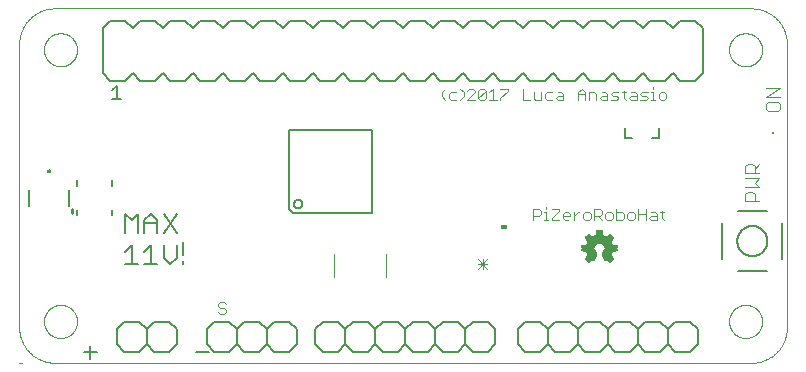
<source format=gto>
G75*
%MOIN*%
%OFA0B0*%
%FSLAX25Y25*%
%IPPOS*%
%LPD*%
%AMOC8*
5,1,8,0,0,1.08239X$1,22.5*
%
%ADD10C,0.00600*%
%ADD11C,0.00400*%
%ADD12C,0.01000*%
%ADD13C,0.00300*%
%ADD14R,0.00060X0.00020*%
%ADD15R,0.00140X0.00020*%
%ADD16R,0.00200X0.00020*%
%ADD17R,0.00180X0.00020*%
%ADD18R,0.00240X0.00020*%
%ADD19R,0.00280X0.00020*%
%ADD20R,0.00340X0.00020*%
%ADD21R,0.00380X0.00020*%
%ADD22R,0.00440X0.00020*%
%ADD23R,0.00480X0.00020*%
%ADD24R,0.00540X0.00020*%
%ADD25R,0.00580X0.00020*%
%ADD26R,0.00640X0.00020*%
%ADD27R,0.00620X0.00020*%
%ADD28R,0.00680X0.00020*%
%ADD29R,0.00740X0.00020*%
%ADD30R,0.00720X0.00020*%
%ADD31R,0.00780X0.00020*%
%ADD32R,0.00840X0.00020*%
%ADD33R,0.00820X0.00020*%
%ADD34R,0.00880X0.00020*%
%ADD35R,0.00920X0.00020*%
%ADD36R,0.00980X0.00020*%
%ADD37R,0.01020X0.00020*%
%ADD38R,0.01080X0.00020*%
%ADD39R,0.01120X0.00020*%
%ADD40R,0.01180X0.00020*%
%ADD41R,0.01160X0.00020*%
%ADD42R,0.01220X0.00020*%
%ADD43R,0.01280X0.00020*%
%ADD44R,0.01260X0.00020*%
%ADD45R,0.01320X0.00020*%
%ADD46R,0.01380X0.00020*%
%ADD47R,0.01360X0.00020*%
%ADD48R,0.01420X0.00020*%
%ADD49R,0.00100X0.00020*%
%ADD50R,0.01460X0.00020*%
%ADD51R,0.00160X0.00020*%
%ADD52R,0.01520X0.00020*%
%ADD53R,0.00180X0.00020*%
%ADD54R,0.00200X0.00020*%
%ADD55R,0.01560X0.00020*%
%ADD56R,0.00240X0.00020*%
%ADD57R,0.00260X0.00020*%
%ADD58R,0.01620X0.00020*%
%ADD59R,0.01660X0.00020*%
%ADD60R,0.00320X0.00020*%
%ADD61R,0.01720X0.00020*%
%ADD62R,0.01700X0.00020*%
%ADD63R,0.01760X0.00020*%
%ADD64R,0.00440X0.00020*%
%ADD65R,0.00420X0.00020*%
%ADD66R,0.01820X0.00020*%
%ADD67R,0.00480X0.00020*%
%ADD68R,0.01800X0.00020*%
%ADD69R,0.01860X0.00020*%
%ADD70R,0.00520X0.00020*%
%ADD71R,0.01920X0.00020*%
%ADD72R,0.00560X0.00020*%
%ADD73R,0.01900X0.00020*%
%ADD74R,0.01960X0.00020*%
%ADD75R,0.00600X0.00020*%
%ADD76R,0.00620X0.00020*%
%ADD77R,0.02000X0.00020*%
%ADD78R,0.00660X0.00020*%
%ADD79R,0.00640X0.00020*%
%ADD80R,0.02060X0.00020*%
%ADD81R,0.00700X0.00020*%
%ADD82R,0.02880X0.00020*%
%ADD83R,0.02920X0.00020*%
%ADD84R,0.02940X0.00020*%
%ADD85R,0.02980X0.00020*%
%ADD86R,0.02960X0.00020*%
%ADD87R,0.03000X0.00020*%
%ADD88R,0.03020X0.00020*%
%ADD89R,0.03060X0.00020*%
%ADD90R,0.03080X0.00020*%
%ADD91R,0.03120X0.00020*%
%ADD92R,0.03100X0.00020*%
%ADD93R,0.03140X0.00020*%
%ADD94R,0.03180X0.00020*%
%ADD95R,0.03160X0.00020*%
%ADD96R,0.03200X0.00020*%
%ADD97R,0.03220X0.00020*%
%ADD98R,0.03260X0.00020*%
%ADD99R,0.03260X0.00020*%
%ADD100R,0.03280X0.00020*%
%ADD101R,0.03300X0.00020*%
%ADD102R,0.03280X0.00020*%
%ADD103R,0.03300X0.00020*%
%ADD104R,0.03320X0.00020*%
%ADD105R,0.03240X0.00020*%
%ADD106R,0.03240X0.00020*%
%ADD107R,0.03240X0.00020*%
%ADD108R,0.03240X0.00020*%
%ADD109R,0.03220X0.00020*%
%ADD110R,0.03220X0.00020*%
%ADD111R,0.03200X0.00020*%
%ADD112R,0.03180X0.00020*%
%ADD113R,0.03160X0.00020*%
%ADD114R,0.03140X0.00020*%
%ADD115R,0.03120X0.00020*%
%ADD116R,0.03120X0.00020*%
%ADD117R,0.03120X0.00020*%
%ADD118R,0.03100X0.00020*%
%ADD119R,0.03080X0.00020*%
%ADD120R,0.03060X0.00020*%
%ADD121R,0.03040X0.00020*%
%ADD122R,0.03040X0.00020*%
%ADD123R,0.03040X0.00020*%
%ADD124R,0.03020X0.00020*%
%ADD125R,0.03020X0.00020*%
%ADD126R,0.03000X0.00020*%
%ADD127R,0.02980X0.00020*%
%ADD128R,0.03140X0.00020*%
%ADD129R,0.03320X0.00020*%
%ADD130R,0.03340X0.00020*%
%ADD131R,0.03340X0.00020*%
%ADD132R,0.03360X0.00020*%
%ADD133R,0.03360X0.00020*%
%ADD134R,0.03380X0.00020*%
%ADD135R,0.03400X0.00020*%
%ADD136R,0.03400X0.00020*%
%ADD137R,0.03420X0.00020*%
%ADD138R,0.03420X0.00020*%
%ADD139R,0.03440X0.00020*%
%ADD140R,0.03460X0.00020*%
%ADD141R,0.03440X0.00020*%
%ADD142R,0.03460X0.00020*%
%ADD143R,0.03480X0.00020*%
%ADD144R,0.03480X0.00020*%
%ADD145R,0.03500X0.00020*%
%ADD146R,0.03520X0.00020*%
%ADD147R,0.03540X0.00020*%
%ADD148R,0.03520X0.00020*%
%ADD149R,0.03540X0.00020*%
%ADD150R,0.03560X0.00020*%
%ADD151R,0.03560X0.00020*%
%ADD152R,0.03540X0.00020*%
%ADD153R,0.03540X0.00020*%
%ADD154R,0.03520X0.00020*%
%ADD155R,0.03500X0.00020*%
%ADD156R,0.03340X0.00020*%
%ADD157R,0.03320X0.00020*%
%ADD158R,0.03220X0.00020*%
%ADD159R,0.03580X0.00020*%
%ADD160R,0.03660X0.00020*%
%ADD161R,0.03760X0.00020*%
%ADD162R,0.03740X0.00020*%
%ADD163R,0.03840X0.00020*%
%ADD164R,0.03860X0.00020*%
%ADD165R,0.03940X0.00020*%
%ADD166R,0.04040X0.00020*%
%ADD167R,0.04020X0.00020*%
%ADD168R,0.04140X0.00020*%
%ADD169R,0.04220X0.00020*%
%ADD170R,0.04320X0.00020*%
%ADD171R,0.04320X0.00020*%
%ADD172R,0.04420X0.00020*%
%ADD173R,0.04460X0.00020*%
%ADD174R,0.04480X0.00020*%
%ADD175R,0.04480X0.00020*%
%ADD176R,0.04460X0.00020*%
%ADD177R,0.04440X0.00020*%
%ADD178R,0.04440X0.00020*%
%ADD179R,0.04420X0.00020*%
%ADD180R,0.04400X0.00020*%
%ADD181R,0.04400X0.00020*%
%ADD182R,0.04380X0.00020*%
%ADD183R,0.04380X0.00020*%
%ADD184R,0.04360X0.00020*%
%ADD185R,0.04360X0.00020*%
%ADD186R,0.04340X0.00020*%
%ADD187R,0.04340X0.00020*%
%ADD188R,0.04320X0.00020*%
%ADD189R,0.04300X0.00020*%
%ADD190R,0.04300X0.00020*%
%ADD191R,0.04280X0.00020*%
%ADD192R,0.04280X0.00020*%
%ADD193R,0.04500X0.00020*%
%ADD194R,0.04260X0.00020*%
%ADD195R,0.04240X0.00020*%
%ADD196R,0.04160X0.00020*%
%ADD197R,0.04060X0.00020*%
%ADD198R,0.04080X0.00020*%
%ADD199R,0.03980X0.00020*%
%ADD200R,0.03960X0.00020*%
%ADD201R,0.03880X0.00020*%
%ADD202R,0.03780X0.00020*%
%ADD203R,0.03800X0.00020*%
%ADD204R,0.03700X0.00020*%
%ADD205R,0.03620X0.00020*%
%ADD206R,0.03600X0.00020*%
%ADD207R,0.03420X0.00020*%
%ADD208R,0.03380X0.00020*%
%ADD209R,0.03620X0.00020*%
%ADD210R,0.03680X0.00020*%
%ADD211R,0.03720X0.00020*%
%ADD212R,0.03800X0.00020*%
%ADD213R,0.03900X0.00020*%
%ADD214R,0.08260X0.00020*%
%ADD215R,0.08240X0.00020*%
%ADD216R,0.08220X0.00020*%
%ADD217R,0.08200X0.00020*%
%ADD218R,0.08180X0.00020*%
%ADD219R,0.08140X0.00020*%
%ADD220R,0.08140X0.00020*%
%ADD221R,0.08120X0.00020*%
%ADD222R,0.08100X0.00020*%
%ADD223R,0.08080X0.00020*%
%ADD224R,0.08060X0.00020*%
%ADD225R,0.08060X0.00020*%
%ADD226R,0.08020X0.00020*%
%ADD227R,0.08020X0.00020*%
%ADD228R,0.08000X0.00020*%
%ADD229R,0.07980X0.00020*%
%ADD230R,0.07960X0.00020*%
%ADD231R,0.07940X0.00020*%
%ADD232R,0.07940X0.00020*%
%ADD233R,0.07900X0.00020*%
%ADD234R,0.07900X0.00020*%
%ADD235R,0.07880X0.00020*%
%ADD236R,0.07860X0.00020*%
%ADD237R,0.07840X0.00020*%
%ADD238R,0.07820X0.00020*%
%ADD239R,0.07820X0.00020*%
%ADD240R,0.07780X0.00020*%
%ADD241R,0.07780X0.00020*%
%ADD242R,0.07760X0.00020*%
%ADD243R,0.07740X0.00020*%
%ADD244R,0.07740X0.00020*%
%ADD245R,0.07760X0.00020*%
%ADD246R,0.07840X0.00020*%
%ADD247R,0.07860X0.00020*%
%ADD248R,0.07920X0.00020*%
%ADD249R,0.08100X0.00020*%
%ADD250R,0.08160X0.00020*%
%ADD251R,0.08260X0.00020*%
%ADD252R,0.08300X0.00020*%
%ADD253R,0.08340X0.00020*%
%ADD254R,0.08360X0.00020*%
%ADD255R,0.08380X0.00020*%
%ADD256R,0.08420X0.00020*%
%ADD257R,0.08440X0.00020*%
%ADD258R,0.08460X0.00020*%
%ADD259R,0.08500X0.00020*%
%ADD260R,0.08520X0.00020*%
%ADD261R,0.08540X0.00020*%
%ADD262R,0.08580X0.00020*%
%ADD263R,0.08600X0.00020*%
%ADD264R,0.08620X0.00020*%
%ADD265R,0.08660X0.00020*%
%ADD266R,0.08700X0.00020*%
%ADD267R,0.08700X0.00020*%
%ADD268R,0.08740X0.00020*%
%ADD269R,0.08780X0.00020*%
%ADD270R,0.08800X0.00020*%
%ADD271R,0.08820X0.00020*%
%ADD272R,0.08860X0.00020*%
%ADD273R,0.08880X0.00020*%
%ADD274R,0.08900X0.00020*%
%ADD275R,0.08940X0.00020*%
%ADD276R,0.08960X0.00020*%
%ADD277R,0.08980X0.00020*%
%ADD278R,0.09020X0.00020*%
%ADD279R,0.09040X0.00020*%
%ADD280R,0.09060X0.00020*%
%ADD281R,0.09100X0.00020*%
%ADD282R,0.09140X0.00020*%
%ADD283R,0.09140X0.00020*%
%ADD284R,0.09180X0.00020*%
%ADD285R,0.09220X0.00020*%
%ADD286R,0.09240X0.00020*%
%ADD287R,0.09260X0.00020*%
%ADD288R,0.09300X0.00020*%
%ADD289R,0.09320X0.00020*%
%ADD290R,0.09340X0.00020*%
%ADD291R,0.09380X0.00020*%
%ADD292R,0.09400X0.00020*%
%ADD293R,0.09420X0.00020*%
%ADD294R,0.09460X0.00020*%
%ADD295R,0.09480X0.00020*%
%ADD296R,0.09500X0.00020*%
%ADD297R,0.09500X0.00020*%
%ADD298R,0.09480X0.00020*%
%ADD299R,0.09460X0.00020*%
%ADD300R,0.09380X0.00020*%
%ADD301R,0.09340X0.00020*%
%ADD302R,0.09220X0.00020*%
%ADD303R,0.09180X0.00020*%
%ADD304R,0.02280X0.00020*%
%ADD305R,0.04420X0.00020*%
%ADD306R,0.02260X0.00020*%
%ADD307R,0.02220X0.00020*%
%ADD308R,0.02200X0.00020*%
%ADD309R,0.02160X0.00020*%
%ADD310R,0.04220X0.00020*%
%ADD311R,0.02120X0.00020*%
%ADD312R,0.04140X0.00020*%
%ADD313R,0.02100X0.00020*%
%ADD314R,0.02060X0.00020*%
%ADD315R,0.04020X0.00020*%
%ADD316R,0.02020X0.00020*%
%ADD317R,0.03940X0.00020*%
%ADD318R,0.03820X0.00020*%
%ADD319R,0.03740X0.00020*%
%ADD320R,0.03640X0.00020*%
%ADD321R,0.01820X0.00020*%
%ADD322R,0.01780X0.00020*%
%ADD323R,0.01760X0.00020*%
%ADD324R,0.01680X0.00020*%
%ADD325R,0.01580X0.00020*%
%ADD326R,0.01560X0.00020*%
%ADD327R,0.01520X0.00020*%
%ADD328R,0.02940X0.00020*%
%ADD329R,0.01480X0.00020*%
%ADD330R,0.02860X0.00020*%
%ADD331R,0.02760X0.00020*%
%ADD332R,0.02660X0.00020*%
%ADD333R,0.01320X0.00020*%
%ADD334R,0.02560X0.00020*%
%ADD335R,0.01280X0.00020*%
%ADD336R,0.02460X0.00020*%
%ADD337R,0.01240X0.00020*%
%ADD338R,0.02380X0.00020*%
%ADD339R,0.02300X0.00020*%
%ADD340R,0.01140X0.00020*%
%ADD341R,0.02260X0.00020*%
%ADD342R,0.01080X0.00020*%
%ADD343R,0.01040X0.00020*%
%ADD344R,0.02220X0.00020*%
%ADD345R,0.01020X0.00020*%
%ADD346R,0.00940X0.00020*%
%ADD347R,0.00840X0.00020*%
%ADD348R,0.00780X0.00020*%
%ADD349R,0.02180X0.00020*%
%ADD350R,0.02180X0.00020*%
%ADD351R,0.02160X0.00020*%
%ADD352R,0.00580X0.00020*%
%ADD353R,0.00540X0.00020*%
%ADD354R,0.00500X0.00020*%
%ADD355R,0.02140X0.00020*%
%ADD356R,0.02140X0.00020*%
%ADD357R,0.00400X0.00020*%
%ADD358R,0.00340X0.00020*%
%ADD359R,0.00300X0.00020*%
%ADD360R,0.02120X0.00020*%
%ADD361R,0.02100X0.00020*%
%ADD362R,0.00100X0.00020*%
%ADD363R,0.02080X0.00020*%
%ADD364R,0.02040X0.00020*%
%ADD365R,0.02020X0.00020*%
%ADD366R,0.02020X0.00020*%
%ADD367R,0.01980X0.00020*%
%ADD368R,0.01980X0.00020*%
%ADD369R,0.01960X0.00020*%
%ADD370R,0.01940X0.00020*%
%ADD371R,0.01940X0.00020*%
%ADD372R,0.01920X0.00020*%
%ADD373R,0.01900X0.00020*%
%ADD374R,0.01880X0.00020*%
%ADD375R,0.01860X0.00020*%
%ADD376R,0.01840X0.00020*%
%ADD377R,0.01840X0.00020*%
%ADD378R,0.01800X0.00020*%
%ADD379R,0.01780X0.00020*%
%ADD380R,0.01740X0.00020*%
%ADD381R,0.01740X0.00020*%
%ADD382R,0.01700X0.00020*%
%ADD383R,0.01680X0.00020*%
%ADD384R,0.01660X0.00020*%
%ADD385R,0.01640X0.00020*%
%ADD386C,0.00000*%
%ADD387C,0.00500*%
%ADD388C,0.00800*%
%ADD389R,0.00984X0.00984*%
%ADD390C,0.00100*%
D10*
X0026550Y0009619D02*
X0030820Y0009619D01*
X0028685Y0007484D02*
X0028685Y0011755D01*
X0037500Y0012367D02*
X0037500Y0017367D01*
X0040000Y0019867D01*
X0045000Y0019867D01*
X0047500Y0017367D01*
X0050000Y0019867D01*
X0055000Y0019867D01*
X0057500Y0017367D01*
X0057500Y0012367D01*
X0055000Y0009867D01*
X0050000Y0009867D01*
X0047500Y0012367D01*
X0045000Y0009867D01*
X0040000Y0009867D01*
X0037500Y0012367D01*
X0047500Y0012367D02*
X0047500Y0017367D01*
X0064050Y0009619D02*
X0068320Y0009619D01*
X0070000Y0009867D02*
X0075000Y0009867D01*
X0077500Y0012367D01*
X0080000Y0009867D01*
X0085000Y0009867D01*
X0087500Y0012367D01*
X0090000Y0009867D01*
X0095000Y0009867D01*
X0097500Y0012367D01*
X0097500Y0017367D01*
X0095000Y0019867D01*
X0090000Y0019867D01*
X0087500Y0017367D01*
X0087500Y0012367D01*
X0087500Y0017367D02*
X0085000Y0019867D01*
X0080000Y0019867D01*
X0077500Y0017367D01*
X0077500Y0012367D01*
X0070000Y0009867D02*
X0067500Y0012367D01*
X0067500Y0017367D01*
X0070000Y0019867D01*
X0075000Y0019867D01*
X0077500Y0017367D01*
X0103750Y0017367D02*
X0103750Y0012367D01*
X0106250Y0009867D01*
X0111250Y0009867D01*
X0113750Y0012367D01*
X0113750Y0017367D01*
X0111250Y0019867D01*
X0106250Y0019867D01*
X0103750Y0017367D01*
X0113750Y0017367D02*
X0116250Y0019867D01*
X0121250Y0019867D01*
X0123750Y0017367D01*
X0126250Y0019867D01*
X0131250Y0019867D01*
X0133750Y0017367D01*
X0136250Y0019867D01*
X0141250Y0019867D01*
X0143750Y0017367D01*
X0146250Y0019867D01*
X0151250Y0019867D01*
X0153750Y0017367D01*
X0156250Y0019867D01*
X0161250Y0019867D01*
X0163750Y0017367D01*
X0163750Y0012367D01*
X0161250Y0009867D01*
X0156250Y0009867D01*
X0153750Y0012367D01*
X0151250Y0009867D01*
X0146250Y0009867D01*
X0143750Y0012367D01*
X0143750Y0017367D01*
X0153750Y0017367D02*
X0153750Y0012367D01*
X0143750Y0012367D02*
X0141250Y0009867D01*
X0136250Y0009867D01*
X0133750Y0012367D01*
X0131250Y0009867D01*
X0126250Y0009867D01*
X0123750Y0012367D01*
X0121250Y0009867D01*
X0116250Y0009867D01*
X0113750Y0012367D01*
X0123750Y0012367D02*
X0123750Y0017367D01*
X0133750Y0017367D02*
X0133750Y0012367D01*
X0171250Y0012367D02*
X0171250Y0017367D01*
X0173750Y0019867D01*
X0178750Y0019867D01*
X0181250Y0017367D01*
X0183750Y0019867D01*
X0188750Y0019867D01*
X0191250Y0017367D01*
X0193750Y0019867D01*
X0198750Y0019867D01*
X0201250Y0017367D01*
X0203750Y0019867D01*
X0208750Y0019867D01*
X0211250Y0017367D01*
X0213750Y0019867D01*
X0218750Y0019867D01*
X0221250Y0017367D01*
X0223750Y0019867D01*
X0228750Y0019867D01*
X0231250Y0017367D01*
X0231250Y0012367D01*
X0228750Y0009867D01*
X0223750Y0009867D01*
X0221250Y0012367D01*
X0218750Y0009867D01*
X0213750Y0009867D01*
X0211250Y0012367D01*
X0211250Y0017367D01*
X0221250Y0017367D02*
X0221250Y0012367D01*
X0211250Y0012367D02*
X0208750Y0009867D01*
X0203750Y0009867D01*
X0201250Y0012367D01*
X0198750Y0009867D01*
X0193750Y0009867D01*
X0191250Y0012367D01*
X0188750Y0009867D01*
X0183750Y0009867D01*
X0181250Y0012367D01*
X0178750Y0009867D01*
X0173750Y0009867D01*
X0171250Y0012367D01*
X0181250Y0012367D02*
X0181250Y0017367D01*
X0191250Y0017367D02*
X0191250Y0012367D01*
X0201250Y0012367D02*
X0201250Y0017367D01*
X0122549Y0056067D02*
X0096348Y0056067D01*
X0094951Y0057465D01*
X0094951Y0083666D01*
X0122549Y0083666D01*
X0122549Y0056067D01*
X0096536Y0059067D02*
X0096538Y0059142D01*
X0096544Y0059216D01*
X0096554Y0059290D01*
X0096567Y0059363D01*
X0096585Y0059436D01*
X0096606Y0059507D01*
X0096631Y0059578D01*
X0096660Y0059647D01*
X0096693Y0059714D01*
X0096729Y0059779D01*
X0096768Y0059843D01*
X0096810Y0059904D01*
X0096856Y0059963D01*
X0096905Y0060020D01*
X0096957Y0060073D01*
X0097011Y0060124D01*
X0097068Y0060173D01*
X0097128Y0060217D01*
X0097190Y0060259D01*
X0097254Y0060298D01*
X0097320Y0060333D01*
X0097387Y0060364D01*
X0097457Y0060392D01*
X0097527Y0060416D01*
X0097599Y0060437D01*
X0097672Y0060453D01*
X0097745Y0060466D01*
X0097820Y0060475D01*
X0097894Y0060480D01*
X0097969Y0060481D01*
X0098043Y0060478D01*
X0098118Y0060471D01*
X0098191Y0060460D01*
X0098265Y0060446D01*
X0098337Y0060427D01*
X0098408Y0060405D01*
X0098478Y0060379D01*
X0098547Y0060349D01*
X0098613Y0060316D01*
X0098678Y0060279D01*
X0098741Y0060239D01*
X0098802Y0060195D01*
X0098860Y0060149D01*
X0098916Y0060099D01*
X0098969Y0060047D01*
X0099020Y0059992D01*
X0099067Y0059934D01*
X0099111Y0059874D01*
X0099152Y0059811D01*
X0099190Y0059747D01*
X0099224Y0059681D01*
X0099255Y0059612D01*
X0099282Y0059543D01*
X0099305Y0059472D01*
X0099324Y0059400D01*
X0099340Y0059327D01*
X0099352Y0059253D01*
X0099360Y0059179D01*
X0099364Y0059104D01*
X0099364Y0059030D01*
X0099360Y0058955D01*
X0099352Y0058881D01*
X0099340Y0058807D01*
X0099324Y0058734D01*
X0099305Y0058662D01*
X0099282Y0058591D01*
X0099255Y0058522D01*
X0099224Y0058453D01*
X0099190Y0058387D01*
X0099152Y0058323D01*
X0099111Y0058260D01*
X0099067Y0058200D01*
X0099020Y0058142D01*
X0098969Y0058087D01*
X0098916Y0058035D01*
X0098860Y0057985D01*
X0098802Y0057939D01*
X0098741Y0057895D01*
X0098678Y0057855D01*
X0098613Y0057818D01*
X0098547Y0057785D01*
X0098478Y0057755D01*
X0098408Y0057729D01*
X0098337Y0057707D01*
X0098265Y0057688D01*
X0098191Y0057674D01*
X0098118Y0057663D01*
X0098043Y0057656D01*
X0097969Y0057653D01*
X0097894Y0057654D01*
X0097820Y0057659D01*
X0097745Y0057668D01*
X0097672Y0057681D01*
X0097599Y0057697D01*
X0097527Y0057718D01*
X0097457Y0057742D01*
X0097387Y0057770D01*
X0097320Y0057801D01*
X0097254Y0057836D01*
X0097190Y0057875D01*
X0097128Y0057917D01*
X0097068Y0057961D01*
X0097011Y0058010D01*
X0096957Y0058061D01*
X0096905Y0058114D01*
X0096856Y0058171D01*
X0096810Y0058230D01*
X0096768Y0058291D01*
X0096729Y0058355D01*
X0096693Y0058420D01*
X0096660Y0058487D01*
X0096631Y0058556D01*
X0096606Y0058627D01*
X0096585Y0058698D01*
X0096567Y0058771D01*
X0096554Y0058844D01*
X0096544Y0058918D01*
X0096538Y0058992D01*
X0096536Y0059067D01*
X0059636Y0046390D02*
X0059636Y0042119D01*
X0057461Y0041052D02*
X0057461Y0045322D01*
X0053191Y0045322D02*
X0053191Y0041052D01*
X0055326Y0038917D01*
X0057461Y0041052D01*
X0059636Y0039984D02*
X0059636Y0038917D01*
X0051016Y0038917D02*
X0046745Y0038917D01*
X0048881Y0038917D02*
X0048881Y0045322D01*
X0046745Y0043187D01*
X0042435Y0045322D02*
X0042435Y0038917D01*
X0040300Y0038917D02*
X0044570Y0038917D01*
X0040300Y0043187D02*
X0042435Y0045322D01*
X0040300Y0049417D02*
X0040300Y0055822D01*
X0042435Y0053687D01*
X0044570Y0055822D01*
X0044570Y0049417D01*
X0046745Y0049417D02*
X0046745Y0053687D01*
X0048881Y0055822D01*
X0051016Y0053687D01*
X0051016Y0049417D01*
X0053191Y0049417D02*
X0057461Y0055822D01*
X0053191Y0055822D02*
X0057461Y0049417D01*
X0051016Y0052619D02*
X0046745Y0052619D01*
X0021600Y0058517D02*
X0021600Y0063717D01*
X0015000Y0069717D02*
X0015034Y0069719D01*
X0015067Y0069725D01*
X0015099Y0069734D01*
X0015130Y0069747D01*
X0015160Y0069763D01*
X0015187Y0069782D01*
X0015212Y0069805D01*
X0015235Y0069830D01*
X0015254Y0069857D01*
X0015270Y0069887D01*
X0015283Y0069918D01*
X0015292Y0069950D01*
X0015298Y0069983D01*
X0015300Y0070017D01*
X0015298Y0070051D01*
X0015292Y0070084D01*
X0015283Y0070116D01*
X0015270Y0070147D01*
X0015254Y0070177D01*
X0015235Y0070204D01*
X0015212Y0070229D01*
X0015187Y0070252D01*
X0015160Y0070271D01*
X0015130Y0070287D01*
X0015099Y0070300D01*
X0015067Y0070309D01*
X0015034Y0070315D01*
X0015000Y0070317D01*
X0014966Y0070315D01*
X0014933Y0070309D01*
X0014901Y0070300D01*
X0014870Y0070287D01*
X0014840Y0070271D01*
X0014813Y0070252D01*
X0014788Y0070229D01*
X0014765Y0070204D01*
X0014746Y0070177D01*
X0014730Y0070147D01*
X0014717Y0070116D01*
X0014708Y0070084D01*
X0014702Y0070051D01*
X0014700Y0070017D01*
X0014702Y0069983D01*
X0014708Y0069950D01*
X0014717Y0069918D01*
X0014730Y0069887D01*
X0014746Y0069857D01*
X0014765Y0069830D01*
X0014788Y0069805D01*
X0014813Y0069782D01*
X0014840Y0069763D01*
X0014870Y0069747D01*
X0014901Y0069734D01*
X0014933Y0069725D01*
X0014966Y0069719D01*
X0015000Y0069717D01*
X0008400Y0063717D02*
X0008400Y0058517D01*
X0035335Y0100132D02*
X0040335Y0100132D01*
X0042835Y0102632D01*
X0045335Y0100132D01*
X0050335Y0100132D01*
X0052835Y0102632D01*
X0055335Y0100132D01*
X0060335Y0100132D01*
X0062835Y0102632D01*
X0065335Y0100132D01*
X0070335Y0100132D01*
X0072835Y0102632D01*
X0075335Y0100132D01*
X0080335Y0100132D01*
X0082835Y0102632D01*
X0085335Y0100132D01*
X0090335Y0100132D01*
X0092835Y0102632D01*
X0095335Y0100132D01*
X0100335Y0100132D01*
X0102835Y0102632D01*
X0105335Y0100132D01*
X0110335Y0100132D01*
X0112835Y0102632D01*
X0115335Y0100132D01*
X0120335Y0100132D01*
X0122835Y0102632D01*
X0125335Y0100132D01*
X0130335Y0100132D01*
X0132835Y0102632D01*
X0135335Y0100132D01*
X0140335Y0100132D01*
X0142835Y0102632D01*
X0145335Y0100132D01*
X0150335Y0100132D01*
X0152835Y0102632D01*
X0155335Y0100132D01*
X0160335Y0100132D01*
X0162835Y0102632D01*
X0165335Y0100132D01*
X0170335Y0100132D01*
X0172835Y0102632D01*
X0175335Y0100132D01*
X0180335Y0100132D01*
X0182835Y0102632D01*
X0185335Y0100132D01*
X0190335Y0100132D01*
X0192835Y0102632D01*
X0195335Y0100132D01*
X0200335Y0100132D01*
X0202835Y0102632D01*
X0205335Y0100132D01*
X0210335Y0100132D01*
X0212835Y0102632D01*
X0215335Y0100132D01*
X0220335Y0100132D01*
X0222835Y0102632D01*
X0225335Y0100132D01*
X0230335Y0100132D01*
X0232835Y0102632D01*
X0232835Y0117632D01*
X0230335Y0120132D01*
X0225335Y0120132D01*
X0222835Y0117632D01*
X0220335Y0120132D01*
X0215335Y0120132D01*
X0212835Y0117632D01*
X0210335Y0120132D01*
X0205335Y0120132D01*
X0202835Y0117632D01*
X0200335Y0120132D01*
X0195335Y0120132D01*
X0192835Y0117632D01*
X0190335Y0120132D01*
X0185335Y0120132D01*
X0182835Y0117632D01*
X0180335Y0120132D01*
X0175335Y0120132D01*
X0172835Y0117632D01*
X0170335Y0120132D01*
X0165335Y0120132D01*
X0162835Y0117632D01*
X0160335Y0120132D01*
X0155335Y0120132D01*
X0152835Y0117632D01*
X0150335Y0120132D01*
X0145335Y0120132D01*
X0142835Y0117632D01*
X0140335Y0120132D01*
X0135335Y0120132D01*
X0132835Y0117632D01*
X0130335Y0120132D01*
X0125335Y0120132D01*
X0122835Y0117632D01*
X0120335Y0120132D01*
X0115335Y0120132D01*
X0112835Y0117632D01*
X0110335Y0120132D01*
X0105335Y0120132D01*
X0102835Y0117632D01*
X0100335Y0120132D01*
X0095335Y0120132D01*
X0092835Y0117632D01*
X0090335Y0120132D01*
X0085335Y0120132D01*
X0082835Y0117632D01*
X0080335Y0120132D01*
X0075335Y0120132D01*
X0072835Y0117632D01*
X0070335Y0120132D01*
X0065335Y0120132D01*
X0062835Y0117632D01*
X0060335Y0120132D01*
X0055335Y0120132D01*
X0052835Y0117632D01*
X0050335Y0120132D01*
X0045335Y0120132D01*
X0042835Y0117632D01*
X0040335Y0120132D01*
X0035335Y0120132D01*
X0032835Y0117632D01*
X0032835Y0102632D01*
X0035335Y0100132D01*
X0206900Y0084217D02*
X0206900Y0081017D01*
X0209100Y0081017D01*
X0215900Y0081017D02*
X0218100Y0081017D01*
X0218100Y0084217D01*
D11*
X0247071Y0071576D02*
X0247838Y0072344D01*
X0249373Y0072344D01*
X0250140Y0071576D01*
X0250140Y0069275D01*
X0251675Y0069275D02*
X0247071Y0069275D01*
X0247071Y0071576D01*
X0250140Y0070809D02*
X0251675Y0072344D01*
X0251675Y0067740D02*
X0247071Y0067740D01*
X0247071Y0064671D02*
X0251675Y0064671D01*
X0250140Y0066205D01*
X0251675Y0067740D01*
X0249373Y0063136D02*
X0250140Y0062369D01*
X0250140Y0060067D01*
X0251675Y0060067D02*
X0247071Y0060067D01*
X0247071Y0062369D01*
X0247838Y0063136D01*
X0249373Y0063136D01*
X0254713Y0090067D02*
X0257783Y0090067D01*
X0258550Y0090834D01*
X0258550Y0092369D01*
X0257783Y0093136D01*
X0254713Y0093136D01*
X0253946Y0092369D01*
X0253946Y0090834D01*
X0254713Y0090067D01*
X0253946Y0094671D02*
X0258550Y0097740D01*
X0253946Y0097740D01*
X0253946Y0094671D02*
X0258550Y0094671D01*
X0127411Y0042357D02*
X0127411Y0034877D01*
X0110089Y0034877D02*
X0110089Y0042357D01*
D12*
X0022500Y0056117D02*
X0022500Y0057367D01*
D13*
X0071400Y0025603D02*
X0071400Y0024985D01*
X0072017Y0024368D01*
X0073252Y0024368D01*
X0073869Y0023751D01*
X0073869Y0023134D01*
X0073252Y0022517D01*
X0072017Y0022517D01*
X0071400Y0023134D01*
X0071400Y0025603D02*
X0072017Y0026220D01*
X0073252Y0026220D01*
X0073869Y0025603D01*
X0157930Y0037417D02*
X0161066Y0040553D01*
X0159498Y0040553D02*
X0159498Y0037417D01*
X0161066Y0037417D02*
X0157930Y0040553D01*
X0157930Y0038985D02*
X0161066Y0038985D01*
X0176400Y0053767D02*
X0176400Y0057470D01*
X0178252Y0057470D01*
X0178869Y0056853D01*
X0178869Y0055618D01*
X0178252Y0055001D01*
X0176400Y0055001D01*
X0180083Y0053767D02*
X0181318Y0053767D01*
X0180700Y0053767D02*
X0180700Y0056235D01*
X0180083Y0056235D01*
X0180700Y0057470D02*
X0180700Y0058087D01*
X0182539Y0057470D02*
X0185007Y0057470D01*
X0185007Y0056853D01*
X0182539Y0054384D01*
X0182539Y0053767D01*
X0185007Y0053767D01*
X0186222Y0054384D02*
X0186222Y0055618D01*
X0186839Y0056235D01*
X0188073Y0056235D01*
X0188690Y0055618D01*
X0188690Y0055001D01*
X0186222Y0055001D01*
X0186222Y0054384D02*
X0186839Y0053767D01*
X0188073Y0053767D01*
X0189905Y0053767D02*
X0189905Y0056235D01*
X0189905Y0055001D02*
X0191139Y0056235D01*
X0191756Y0056235D01*
X0192974Y0055618D02*
X0192974Y0054384D01*
X0193591Y0053767D01*
X0194826Y0053767D01*
X0195443Y0054384D01*
X0195443Y0055618D01*
X0194826Y0056235D01*
X0193591Y0056235D01*
X0192974Y0055618D01*
X0196657Y0055001D02*
X0198509Y0055001D01*
X0199126Y0055618D01*
X0199126Y0056853D01*
X0198509Y0057470D01*
X0196657Y0057470D01*
X0196657Y0053767D01*
X0197892Y0055001D02*
X0199126Y0053767D01*
X0200340Y0054384D02*
X0200958Y0053767D01*
X0202192Y0053767D01*
X0202809Y0054384D01*
X0202809Y0055618D01*
X0202192Y0056235D01*
X0200958Y0056235D01*
X0200340Y0055618D01*
X0200340Y0054384D01*
X0204024Y0053767D02*
X0205875Y0053767D01*
X0206492Y0054384D01*
X0206492Y0055618D01*
X0205875Y0056235D01*
X0204024Y0056235D01*
X0204024Y0057470D02*
X0204024Y0053767D01*
X0207707Y0054384D02*
X0208324Y0053767D01*
X0209558Y0053767D01*
X0210175Y0054384D01*
X0210175Y0055618D01*
X0209558Y0056235D01*
X0208324Y0056235D01*
X0207707Y0055618D01*
X0207707Y0054384D01*
X0211390Y0053767D02*
X0211390Y0057470D01*
X0211390Y0055618D02*
X0213859Y0055618D01*
X0215073Y0054384D02*
X0215690Y0055001D01*
X0217542Y0055001D01*
X0217542Y0055618D02*
X0217542Y0053767D01*
X0215690Y0053767D01*
X0215073Y0054384D01*
X0213859Y0053767D02*
X0213859Y0057470D01*
X0215690Y0056235D02*
X0216925Y0056235D01*
X0217542Y0055618D01*
X0218756Y0056235D02*
X0219991Y0056235D01*
X0219373Y0056853D02*
X0219373Y0054384D01*
X0219991Y0053767D01*
X0220062Y0093767D02*
X0218827Y0093767D01*
X0218210Y0094384D01*
X0218210Y0095618D01*
X0218827Y0096235D01*
X0220062Y0096235D01*
X0220679Y0095618D01*
X0220679Y0094384D01*
X0220062Y0093767D01*
X0216989Y0093767D02*
X0215755Y0093767D01*
X0216372Y0093767D02*
X0216372Y0096235D01*
X0215755Y0096235D01*
X0214540Y0096235D02*
X0212689Y0096235D01*
X0212072Y0095618D01*
X0212689Y0095001D01*
X0213923Y0095001D01*
X0214540Y0094384D01*
X0213923Y0093767D01*
X0212072Y0093767D01*
X0210857Y0093767D02*
X0209006Y0093767D01*
X0208388Y0094384D01*
X0209006Y0095001D01*
X0210857Y0095001D01*
X0210857Y0095618D02*
X0210857Y0093767D01*
X0210857Y0095618D02*
X0210240Y0096235D01*
X0209006Y0096235D01*
X0207167Y0096235D02*
X0205933Y0096235D01*
X0206550Y0096853D02*
X0206550Y0094384D01*
X0207167Y0093767D01*
X0204719Y0094384D02*
X0204101Y0095001D01*
X0202867Y0095001D01*
X0202250Y0095618D01*
X0202867Y0096235D01*
X0204719Y0096235D01*
X0201036Y0095618D02*
X0201036Y0093767D01*
X0199184Y0093767D01*
X0198567Y0094384D01*
X0199184Y0095001D01*
X0201036Y0095001D01*
X0201036Y0095618D02*
X0200418Y0096235D01*
X0199184Y0096235D01*
X0197352Y0095618D02*
X0196735Y0096235D01*
X0194884Y0096235D01*
X0194884Y0093767D01*
X0193669Y0093767D02*
X0193669Y0096235D01*
X0192435Y0097470D01*
X0191200Y0096235D01*
X0191200Y0093767D01*
X0191200Y0095618D02*
X0193669Y0095618D01*
X0197352Y0095618D02*
X0197352Y0093767D01*
X0202250Y0093767D02*
X0204101Y0093767D01*
X0204719Y0094384D01*
X0216372Y0097470D02*
X0216372Y0098087D01*
X0186303Y0095618D02*
X0186303Y0093767D01*
X0184451Y0093767D01*
X0183834Y0094384D01*
X0184451Y0095001D01*
X0186303Y0095001D01*
X0186303Y0095618D02*
X0185686Y0096235D01*
X0184451Y0096235D01*
X0182620Y0096235D02*
X0180768Y0096235D01*
X0180151Y0095618D01*
X0180151Y0094384D01*
X0180768Y0093767D01*
X0182620Y0093767D01*
X0178937Y0093767D02*
X0178937Y0096235D01*
X0176468Y0096235D02*
X0176468Y0094384D01*
X0177085Y0093767D01*
X0178937Y0093767D01*
X0175253Y0093767D02*
X0172785Y0093767D01*
X0172785Y0097470D01*
X0167887Y0097470D02*
X0167887Y0096853D01*
X0165418Y0094384D01*
X0165418Y0093767D01*
X0164204Y0093767D02*
X0161735Y0093767D01*
X0162970Y0093767D02*
X0162970Y0097470D01*
X0161735Y0096235D01*
X0160521Y0096853D02*
X0158052Y0094384D01*
X0158669Y0093767D01*
X0159904Y0093767D01*
X0160521Y0094384D01*
X0160521Y0096853D01*
X0159904Y0097470D01*
X0158669Y0097470D01*
X0158052Y0096853D01*
X0158052Y0094384D01*
X0156838Y0093767D02*
X0154369Y0093767D01*
X0156838Y0096235D01*
X0156838Y0096853D01*
X0156221Y0097470D01*
X0154986Y0097470D01*
X0154369Y0096853D01*
X0153148Y0096235D02*
X0151914Y0097470D01*
X0150699Y0096235D02*
X0148848Y0096235D01*
X0148230Y0095618D01*
X0148230Y0094384D01*
X0148848Y0093767D01*
X0150699Y0093767D01*
X0151914Y0093767D02*
X0153148Y0095001D01*
X0153148Y0096235D01*
X0147009Y0097470D02*
X0145775Y0096235D01*
X0145775Y0095001D01*
X0147009Y0093767D01*
X0165418Y0097470D02*
X0167887Y0097470D01*
D14*
X0194830Y0039367D03*
X0202030Y0039367D03*
D15*
X0202030Y0039387D03*
X0194830Y0039387D03*
X0194830Y0048827D03*
X0202030Y0048827D03*
D16*
X0202020Y0048807D03*
X0194840Y0048807D03*
X0194840Y0039407D03*
D17*
X0202030Y0039407D03*
D18*
X0202020Y0039427D03*
X0194840Y0039427D03*
X0194840Y0048787D03*
X0202020Y0048787D03*
D19*
X0200240Y0039987D03*
X0202020Y0039447D03*
X0196620Y0039987D03*
X0194840Y0039447D03*
D20*
X0194850Y0039467D03*
X0196610Y0040007D03*
X0202010Y0039467D03*
D21*
X0202010Y0039487D03*
X0200270Y0040027D03*
X0196590Y0040027D03*
X0194850Y0039487D03*
X0202010Y0048727D03*
D22*
X0202000Y0048707D03*
X0194860Y0048707D03*
X0194860Y0039507D03*
X0202000Y0039507D03*
D23*
X0202000Y0039527D03*
X0194860Y0039527D03*
X0202000Y0048687D03*
D24*
X0201990Y0039547D03*
X0194870Y0039547D03*
D25*
X0194870Y0039567D03*
X0200330Y0040107D03*
X0201990Y0039567D03*
D26*
X0194880Y0039587D03*
X0194880Y0048627D03*
X0201980Y0048627D03*
D27*
X0201990Y0039587D03*
D28*
X0201980Y0039607D03*
X0194880Y0039607D03*
X0194880Y0048607D03*
X0201980Y0048607D03*
D29*
X0201970Y0048587D03*
X0194890Y0048587D03*
X0194890Y0039627D03*
D30*
X0201980Y0039627D03*
D31*
X0201970Y0039647D03*
X0194890Y0039647D03*
D32*
X0194900Y0039667D03*
D33*
X0201970Y0039667D03*
D34*
X0201960Y0039687D03*
X0194900Y0039687D03*
X0194900Y0048527D03*
X0201960Y0048527D03*
D35*
X0201960Y0039707D03*
X0194900Y0039707D03*
D36*
X0194910Y0039727D03*
X0201950Y0039727D03*
X0201950Y0048487D03*
X0194910Y0048487D03*
D37*
X0194910Y0039747D03*
X0201950Y0039747D03*
D38*
X0201940Y0039767D03*
X0194920Y0039767D03*
D39*
X0194920Y0039787D03*
X0201940Y0039787D03*
X0201940Y0048427D03*
D40*
X0201930Y0048407D03*
X0194930Y0048407D03*
X0194930Y0039807D03*
D41*
X0201940Y0039807D03*
D42*
X0201930Y0039827D03*
X0194930Y0039827D03*
X0201930Y0048387D03*
D43*
X0194940Y0039847D03*
D44*
X0201930Y0039847D03*
D45*
X0201920Y0039867D03*
X0194940Y0039867D03*
D46*
X0194950Y0039887D03*
X0194950Y0048327D03*
X0201910Y0048327D03*
D47*
X0201920Y0039887D03*
D48*
X0201910Y0039907D03*
X0194950Y0039907D03*
X0194950Y0048307D03*
X0201910Y0048307D03*
D49*
X0200190Y0039907D03*
X0196670Y0039907D03*
D50*
X0194950Y0039927D03*
X0201910Y0039927D03*
D51*
X0200200Y0039927D03*
X0196660Y0039927D03*
D52*
X0194960Y0039947D03*
X0201900Y0039947D03*
D53*
X0196650Y0039947D03*
D54*
X0200220Y0039947D03*
D55*
X0201900Y0039967D03*
X0194960Y0039967D03*
D56*
X0196640Y0039967D03*
D57*
X0200230Y0039967D03*
D58*
X0201890Y0039987D03*
X0194970Y0039987D03*
X0194970Y0048227D03*
X0201890Y0048227D03*
D59*
X0201890Y0048207D03*
X0198430Y0049967D03*
X0194970Y0040007D03*
X0201890Y0040007D03*
D60*
X0200260Y0040007D03*
D61*
X0194980Y0040027D03*
X0194980Y0048187D03*
X0198440Y0049847D03*
X0201880Y0048187D03*
D62*
X0198430Y0049887D03*
X0198430Y0049927D03*
X0201890Y0040027D03*
D63*
X0201880Y0040047D03*
X0194980Y0040047D03*
X0198440Y0049727D03*
D64*
X0196580Y0040047D03*
D65*
X0200290Y0040047D03*
D66*
X0194990Y0040067D03*
X0198430Y0049567D03*
X0198430Y0049607D03*
D67*
X0196560Y0040067D03*
X0200300Y0040067D03*
D68*
X0201880Y0040067D03*
D69*
X0201870Y0040087D03*
X0194990Y0040087D03*
X0194990Y0048127D03*
X0198430Y0049427D03*
X0198430Y0049447D03*
X0198430Y0049487D03*
X0201870Y0048127D03*
D70*
X0200320Y0040087D03*
X0196540Y0040087D03*
D71*
X0195000Y0040107D03*
X0195000Y0048107D03*
X0201860Y0048107D03*
D72*
X0196540Y0040107D03*
D73*
X0201870Y0040107D03*
X0198430Y0049367D03*
D74*
X0198440Y0049187D03*
X0201860Y0048087D03*
X0195000Y0048087D03*
X0195000Y0040127D03*
X0201860Y0040127D03*
D75*
X0196520Y0040127D03*
X0194880Y0048647D03*
D76*
X0200350Y0040127D03*
D77*
X0201860Y0040147D03*
X0195000Y0040147D03*
X0198440Y0049087D03*
D78*
X0196510Y0040147D03*
D79*
X0200360Y0040147D03*
D80*
X0201850Y0040167D03*
X0195010Y0040167D03*
X0198430Y0048907D03*
X0198430Y0048967D03*
D81*
X0196490Y0040167D03*
X0200370Y0040167D03*
D82*
X0201460Y0040187D03*
X0195400Y0040187D03*
D83*
X0195400Y0040207D03*
X0201460Y0040207D03*
D84*
X0201470Y0040227D03*
X0195390Y0040227D03*
D85*
X0195390Y0040247D03*
X0195970Y0041687D03*
X0195990Y0041727D03*
X0196010Y0041747D03*
X0200850Y0041787D03*
X0200870Y0041747D03*
X0200870Y0041727D03*
D86*
X0201480Y0040247D03*
D87*
X0201480Y0040267D03*
X0200900Y0041667D03*
X0200880Y0041707D03*
X0200840Y0041807D03*
X0196020Y0041807D03*
X0195980Y0041707D03*
X0195960Y0041667D03*
X0195380Y0040267D03*
D88*
X0195370Y0040287D03*
X0195930Y0041627D03*
X0200930Y0041627D03*
X0201490Y0040287D03*
D89*
X0201490Y0040307D03*
X0201050Y0041407D03*
X0201010Y0041467D03*
X0195870Y0041507D03*
X0195850Y0041467D03*
X0195370Y0040307D03*
D90*
X0195360Y0040327D03*
X0195780Y0041347D03*
X0195800Y0041387D03*
X0196020Y0041927D03*
X0201040Y0041427D03*
X0201060Y0041387D03*
X0201080Y0041347D03*
X0201500Y0040327D03*
D91*
X0195360Y0040347D03*
D92*
X0195750Y0041287D03*
X0195770Y0041327D03*
X0200850Y0041927D03*
X0201090Y0041327D03*
X0201110Y0041287D03*
X0201510Y0040347D03*
D93*
X0201510Y0040367D03*
X0201190Y0041167D03*
X0195710Y0041207D03*
X0195690Y0041167D03*
X0195650Y0041107D03*
X0195350Y0040367D03*
D94*
X0195350Y0040387D03*
X0195590Y0040987D03*
X0195610Y0041027D03*
X0195630Y0042987D03*
X0195650Y0045227D03*
X0195670Y0045247D03*
X0201190Y0045247D03*
X0200850Y0042027D03*
X0201250Y0041047D03*
X0201250Y0041027D03*
D95*
X0201220Y0041087D03*
X0201200Y0041127D03*
X0201520Y0040387D03*
X0196020Y0042027D03*
X0195660Y0041127D03*
X0195640Y0041087D03*
X0195620Y0041047D03*
D96*
X0195580Y0040967D03*
X0195540Y0040907D03*
X0195340Y0040407D03*
X0196020Y0042067D03*
X0195720Y0045307D03*
X0201140Y0045307D03*
X0201260Y0043007D03*
X0201220Y0042967D03*
X0200840Y0042067D03*
X0201320Y0040907D03*
X0201520Y0040407D03*
D97*
X0201530Y0040427D03*
X0201370Y0040827D03*
X0201330Y0040887D03*
X0201190Y0042927D03*
X0201130Y0045327D03*
X0195730Y0045327D03*
X0196030Y0042087D03*
X0195530Y0040887D03*
X0195330Y0040427D03*
D98*
X0195330Y0040447D03*
X0195450Y0040727D03*
X0195450Y0040747D03*
X0196030Y0042127D03*
X0195790Y0045387D03*
X0201090Y0045387D03*
X0200850Y0042127D03*
X0201390Y0040787D03*
X0201410Y0040747D03*
X0201430Y0040727D03*
X0201530Y0040447D03*
D99*
X0201430Y0040707D03*
X0195430Y0040707D03*
X0195410Y0040667D03*
X0195330Y0040467D03*
X0195730Y0042867D03*
X0195770Y0045367D03*
X0198430Y0048207D03*
D100*
X0201060Y0045407D03*
X0200840Y0042167D03*
X0201460Y0040667D03*
X0201540Y0040467D03*
X0196020Y0042167D03*
X0195800Y0045407D03*
D101*
X0195810Y0045427D03*
X0195550Y0043027D03*
X0196030Y0042187D03*
X0195390Y0040627D03*
X0195370Y0040587D03*
X0195350Y0040547D03*
X0195330Y0040527D03*
X0195330Y0040487D03*
X0201530Y0040527D03*
X0201110Y0042827D03*
X0201050Y0045427D03*
D102*
X0201320Y0043027D03*
X0201120Y0042847D03*
X0200840Y0042147D03*
X0201440Y0040687D03*
X0201460Y0040647D03*
X0201480Y0040627D03*
X0201500Y0040587D03*
X0201540Y0040487D03*
X0196020Y0042147D03*
X0195760Y0042827D03*
X0195740Y0042847D03*
X0195420Y0040687D03*
X0195400Y0040647D03*
D103*
X0195370Y0040607D03*
X0195350Y0040567D03*
X0195330Y0040507D03*
X0195770Y0042807D03*
X0201090Y0042807D03*
X0201490Y0040607D03*
X0201510Y0040567D03*
X0201530Y0040507D03*
D104*
X0201520Y0040547D03*
X0200840Y0042187D03*
X0201080Y0042787D03*
X0201020Y0045447D03*
X0195840Y0045447D03*
X0195540Y0045187D03*
D105*
X0195600Y0045207D03*
X0196020Y0042107D03*
X0195460Y0040767D03*
X0200840Y0042107D03*
X0201140Y0042867D03*
X0201400Y0040767D03*
X0201260Y0045207D03*
X0201100Y0045367D03*
D106*
X0195480Y0040787D03*
D107*
X0195480Y0040807D03*
X0201380Y0040807D03*
D108*
X0201360Y0040847D03*
X0201160Y0042887D03*
X0201120Y0045347D03*
X0195720Y0042887D03*
X0195500Y0040827D03*
D109*
X0195510Y0040847D03*
X0195550Y0040927D03*
X0200850Y0042087D03*
X0195750Y0045347D03*
D110*
X0195610Y0043007D03*
X0195510Y0040867D03*
X0201350Y0040867D03*
D111*
X0201320Y0040927D03*
X0201300Y0040947D03*
X0201280Y0040987D03*
X0200840Y0042047D03*
X0201200Y0042947D03*
X0201240Y0042987D03*
X0201220Y0045227D03*
X0201160Y0045287D03*
X0195700Y0045287D03*
X0195660Y0042947D03*
X0195680Y0042927D03*
X0196020Y0042047D03*
X0195560Y0040947D03*
D112*
X0195590Y0041007D03*
X0195630Y0041067D03*
X0195650Y0042967D03*
X0195690Y0045267D03*
X0201170Y0045267D03*
X0201270Y0041007D03*
X0201290Y0040967D03*
D113*
X0201240Y0041067D03*
X0201220Y0041107D03*
X0200840Y0042007D03*
X0196020Y0042007D03*
D114*
X0195690Y0041187D03*
X0195670Y0041147D03*
X0200850Y0041987D03*
X0201150Y0041227D03*
X0201170Y0041187D03*
X0201190Y0041147D03*
D115*
X0201160Y0041207D03*
X0195760Y0041307D03*
D116*
X0195720Y0041247D03*
X0195720Y0041227D03*
X0196020Y0041947D03*
X0200840Y0041947D03*
X0201140Y0041247D03*
D117*
X0201120Y0041267D03*
X0200840Y0041967D03*
X0196020Y0041967D03*
X0195740Y0041267D03*
D118*
X0201070Y0041367D03*
X0201110Y0041307D03*
D119*
X0200840Y0041907D03*
X0196020Y0041907D03*
X0195820Y0041407D03*
X0195800Y0041367D03*
D120*
X0195830Y0041427D03*
X0195830Y0041447D03*
X0196030Y0041887D03*
X0200850Y0041887D03*
X0201010Y0041487D03*
X0201030Y0041447D03*
X0198430Y0048247D03*
D121*
X0196020Y0041847D03*
X0195900Y0041547D03*
X0195860Y0041487D03*
X0200840Y0041847D03*
D122*
X0200840Y0041867D03*
X0200960Y0041567D03*
X0201000Y0041507D03*
X0196020Y0041867D03*
X0195900Y0041567D03*
D123*
X0195880Y0041527D03*
X0200980Y0041527D03*
X0200980Y0041547D03*
D124*
X0200950Y0041587D03*
X0200850Y0041827D03*
X0195950Y0041647D03*
X0195910Y0041587D03*
D125*
X0195930Y0041607D03*
X0200930Y0041607D03*
D126*
X0200920Y0041647D03*
X0200900Y0041687D03*
X0196020Y0041787D03*
X0196020Y0041827D03*
D127*
X0196010Y0041767D03*
X0200850Y0041767D03*
D128*
X0196030Y0041987D03*
X0198430Y0048227D03*
D129*
X0196020Y0042207D03*
X0200840Y0042207D03*
D130*
X0201330Y0045187D03*
X0196030Y0042227D03*
X0198430Y0048187D03*
D131*
X0200850Y0042227D03*
D132*
X0200840Y0042247D03*
X0201040Y0042747D03*
X0196020Y0042247D03*
X0195820Y0042747D03*
X0195880Y0045487D03*
D133*
X0196020Y0042267D03*
X0200840Y0042267D03*
D134*
X0200990Y0045487D03*
X0195850Y0042727D03*
X0196030Y0042287D03*
D135*
X0195880Y0042687D03*
X0195480Y0043047D03*
X0195920Y0045527D03*
X0201380Y0043047D03*
X0201020Y0042727D03*
X0200840Y0042287D03*
D136*
X0200840Y0042307D03*
X0201000Y0042707D03*
X0196020Y0042307D03*
X0195860Y0042707D03*
D137*
X0196030Y0042327D03*
X0200990Y0042687D03*
D138*
X0200850Y0042327D03*
X0200950Y0045527D03*
D139*
X0200920Y0045547D03*
X0195940Y0045547D03*
X0196020Y0042347D03*
X0200840Y0042347D03*
D140*
X0196030Y0042367D03*
D141*
X0195900Y0042667D03*
X0200840Y0042367D03*
X0200960Y0042667D03*
X0198440Y0048167D03*
D142*
X0200950Y0042647D03*
X0196030Y0042387D03*
X0195910Y0042647D03*
D143*
X0195940Y0042627D03*
X0200840Y0042387D03*
D144*
X0200840Y0042407D03*
X0201440Y0043067D03*
X0200900Y0045567D03*
X0195960Y0045567D03*
X0195420Y0043067D03*
X0196020Y0042407D03*
D145*
X0196030Y0042427D03*
X0195410Y0045147D03*
X0195990Y0045587D03*
X0200870Y0045587D03*
X0201450Y0045147D03*
X0200930Y0042627D03*
D146*
X0200840Y0042447D03*
X0200840Y0042427D03*
X0196020Y0042447D03*
X0195980Y0042587D03*
D147*
X0196030Y0042467D03*
D148*
X0200840Y0042467D03*
D149*
X0196030Y0042487D03*
X0198430Y0048147D03*
D150*
X0196040Y0045627D03*
X0195360Y0043087D03*
X0196000Y0042547D03*
X0196020Y0042527D03*
X0200840Y0042487D03*
X0200860Y0042527D03*
X0200860Y0042547D03*
D151*
X0200840Y0042507D03*
X0196020Y0042507D03*
X0196000Y0042567D03*
D152*
X0200870Y0042567D03*
X0200850Y0045607D03*
X0196010Y0045607D03*
D153*
X0200890Y0042587D03*
D154*
X0195960Y0042607D03*
D155*
X0200910Y0042607D03*
D156*
X0201050Y0042767D03*
X0201010Y0045467D03*
X0195850Y0045467D03*
X0195810Y0042767D03*
D157*
X0195800Y0042787D03*
D158*
X0195690Y0042907D03*
X0201170Y0042907D03*
D159*
X0201510Y0043087D03*
X0200830Y0045627D03*
D160*
X0201570Y0043107D03*
X0196110Y0045667D03*
X0195290Y0043107D03*
D161*
X0195240Y0043127D03*
D162*
X0201630Y0043127D03*
D163*
X0195180Y0043147D03*
D164*
X0201690Y0043147D03*
D165*
X0201750Y0043167D03*
X0195110Y0043167D03*
D166*
X0195060Y0043187D03*
D167*
X0201810Y0043187D03*
D168*
X0201870Y0043207D03*
X0194990Y0043207D03*
D169*
X0194930Y0043227D03*
X0201930Y0043227D03*
D170*
X0194880Y0043247D03*
X0198440Y0047987D03*
D171*
X0202200Y0044447D03*
X0202200Y0044427D03*
X0202200Y0044387D03*
X0202200Y0043787D03*
X0202200Y0043747D03*
X0202200Y0043727D03*
X0202000Y0043247D03*
X0194660Y0043747D03*
X0194660Y0043787D03*
X0194660Y0043827D03*
X0194660Y0044387D03*
X0194660Y0044427D03*
X0194660Y0044447D03*
D172*
X0194710Y0043467D03*
X0194810Y0043267D03*
X0202050Y0043267D03*
X0202150Y0043467D03*
X0202150Y0044767D03*
D173*
X0202130Y0044827D03*
X0202130Y0044847D03*
X0202130Y0043387D03*
X0202090Y0043287D03*
X0194770Y0043287D03*
X0194730Y0043387D03*
X0194730Y0044827D03*
D174*
X0194740Y0044867D03*
X0194760Y0044907D03*
X0194760Y0043307D03*
X0202100Y0043307D03*
X0202120Y0044867D03*
X0202100Y0044907D03*
D175*
X0202120Y0044887D03*
X0202120Y0043347D03*
X0202120Y0043327D03*
X0194740Y0043327D03*
X0194740Y0043347D03*
X0194740Y0044847D03*
X0194780Y0044927D03*
D176*
X0194730Y0044807D03*
X0194730Y0043367D03*
X0202130Y0043367D03*
D177*
X0202140Y0043407D03*
X0202140Y0044807D03*
X0194720Y0044767D03*
X0194720Y0043407D03*
D178*
X0194720Y0043427D03*
X0194720Y0044787D03*
X0194800Y0044947D03*
X0202060Y0044947D03*
X0202140Y0044787D03*
X0202140Y0043427D03*
D179*
X0202150Y0043447D03*
X0202150Y0044727D03*
X0202150Y0044747D03*
X0194710Y0044747D03*
X0194710Y0044727D03*
X0194710Y0043487D03*
X0194710Y0043447D03*
D180*
X0194700Y0043527D03*
X0194700Y0044687D03*
X0202160Y0044687D03*
X0202160Y0043487D03*
D181*
X0202160Y0043507D03*
X0202160Y0044707D03*
X0194700Y0044707D03*
X0194700Y0044667D03*
X0194700Y0043507D03*
D182*
X0194690Y0043547D03*
X0194690Y0043587D03*
X0194690Y0044627D03*
X0194690Y0044647D03*
X0202170Y0044647D03*
X0202170Y0044627D03*
X0202170Y0043547D03*
X0202170Y0043527D03*
D183*
X0202170Y0043567D03*
X0202170Y0044667D03*
X0194690Y0044607D03*
X0194690Y0043567D03*
D184*
X0194680Y0043627D03*
X0194680Y0043647D03*
X0194680Y0044547D03*
X0194680Y0044587D03*
X0202180Y0044587D03*
X0202180Y0043627D03*
X0202180Y0043587D03*
D185*
X0202180Y0043607D03*
X0202180Y0044567D03*
X0202180Y0044607D03*
X0202000Y0044967D03*
X0194860Y0044967D03*
X0194680Y0044567D03*
X0194680Y0043607D03*
D186*
X0194670Y0043687D03*
X0194670Y0043727D03*
X0194670Y0044487D03*
X0194670Y0044527D03*
X0202190Y0044527D03*
X0202190Y0044547D03*
X0202190Y0044487D03*
X0202190Y0043687D03*
X0202190Y0043647D03*
D187*
X0202190Y0043667D03*
X0202190Y0043707D03*
X0202190Y0044507D03*
X0194670Y0044507D03*
X0194670Y0044467D03*
X0194670Y0043707D03*
X0194670Y0043667D03*
D188*
X0194660Y0043767D03*
X0194660Y0043807D03*
X0194660Y0044367D03*
X0194660Y0044407D03*
X0202200Y0044407D03*
X0202200Y0044467D03*
X0202200Y0043807D03*
X0202200Y0043767D03*
D189*
X0202210Y0043827D03*
X0202210Y0043847D03*
X0202210Y0043887D03*
X0202210Y0043927D03*
X0202210Y0043947D03*
X0202210Y0044247D03*
X0202210Y0044287D03*
X0202210Y0044327D03*
X0202210Y0044347D03*
X0194650Y0044347D03*
X0194650Y0044327D03*
X0194650Y0044287D03*
X0194650Y0044247D03*
X0194650Y0044227D03*
X0194650Y0044187D03*
X0194650Y0044027D03*
X0194650Y0043987D03*
X0194650Y0043947D03*
X0194650Y0043927D03*
X0194650Y0043887D03*
X0194650Y0043847D03*
D190*
X0194650Y0043867D03*
X0194650Y0043907D03*
X0194650Y0043967D03*
X0194650Y0044007D03*
X0194650Y0044167D03*
X0194650Y0044207D03*
X0194650Y0044267D03*
X0194650Y0044307D03*
X0202210Y0044307D03*
X0202210Y0044267D03*
X0202210Y0044367D03*
X0202210Y0043907D03*
X0202210Y0043867D03*
D191*
X0202220Y0043967D03*
X0202220Y0044007D03*
X0202220Y0044067D03*
X0202220Y0044107D03*
X0202220Y0044167D03*
X0202220Y0044207D03*
X0194640Y0044107D03*
X0194640Y0044067D03*
D192*
X0194640Y0044087D03*
X0194640Y0044127D03*
X0194640Y0044147D03*
X0194640Y0044047D03*
X0202220Y0044047D03*
X0202220Y0044027D03*
X0202220Y0043987D03*
X0202220Y0044087D03*
X0202220Y0044127D03*
X0202220Y0044147D03*
X0202220Y0044187D03*
X0202220Y0044227D03*
D193*
X0202090Y0044927D03*
X0194750Y0044887D03*
D194*
X0194930Y0044987D03*
D195*
X0201940Y0044987D03*
D196*
X0201880Y0045007D03*
X0194980Y0045007D03*
D197*
X0195050Y0045027D03*
D198*
X0201820Y0045027D03*
D199*
X0195110Y0045047D03*
D200*
X0201760Y0045047D03*
D201*
X0201700Y0045067D03*
X0195160Y0045067D03*
D202*
X0195230Y0045087D03*
D203*
X0201640Y0045087D03*
D204*
X0201570Y0045107D03*
X0195290Y0045107D03*
D205*
X0195350Y0045127D03*
D206*
X0201520Y0045127D03*
D207*
X0201390Y0045167D03*
X0195470Y0045167D03*
D208*
X0195890Y0045507D03*
X0200970Y0045507D03*
D209*
X0200790Y0045647D03*
X0196070Y0045647D03*
D210*
X0200760Y0045667D03*
D211*
X0200720Y0045687D03*
X0196140Y0045687D03*
D212*
X0196180Y0045707D03*
X0200680Y0045707D03*
D213*
X0200610Y0045727D03*
X0196250Y0045727D03*
D214*
X0198430Y0045747D03*
X0198430Y0046787D03*
D215*
X0198440Y0045767D03*
D216*
X0198430Y0045787D03*
X0198430Y0046747D03*
D217*
X0198440Y0045807D03*
D218*
X0198430Y0045827D03*
X0198430Y0045847D03*
X0198430Y0046727D03*
D219*
X0198430Y0045867D03*
D220*
X0198430Y0045887D03*
X0198430Y0046687D03*
D221*
X0198440Y0045907D03*
D222*
X0198430Y0045927D03*
D223*
X0198440Y0045947D03*
X0198440Y0046647D03*
D224*
X0198430Y0045967D03*
D225*
X0198430Y0045987D03*
X0198430Y0046627D03*
D226*
X0198430Y0046607D03*
X0198430Y0046007D03*
D227*
X0198430Y0046027D03*
D228*
X0198440Y0046047D03*
X0198440Y0046587D03*
D229*
X0198430Y0046567D03*
X0198430Y0046067D03*
D230*
X0198440Y0046087D03*
D231*
X0198430Y0046107D03*
D232*
X0198430Y0046127D03*
X0198430Y0046547D03*
D233*
X0198430Y0046147D03*
D234*
X0198430Y0046167D03*
X0198430Y0046507D03*
D235*
X0198440Y0046187D03*
D236*
X0198430Y0046207D03*
D237*
X0198440Y0046227D03*
D238*
X0198430Y0046247D03*
X0198430Y0046447D03*
D239*
X0198430Y0046267D03*
D240*
X0198430Y0046287D03*
X0198430Y0046427D03*
D241*
X0198430Y0046307D03*
D242*
X0198440Y0046327D03*
D243*
X0198430Y0046347D03*
X0198430Y0046387D03*
D244*
X0198430Y0046367D03*
D245*
X0198440Y0046407D03*
D246*
X0198440Y0046467D03*
D247*
X0198430Y0046487D03*
D248*
X0198440Y0046527D03*
D249*
X0198430Y0046667D03*
D250*
X0198440Y0046707D03*
D251*
X0198430Y0046767D03*
D252*
X0198430Y0046807D03*
D253*
X0198430Y0046827D03*
D254*
X0198440Y0046847D03*
D255*
X0198430Y0046867D03*
D256*
X0198430Y0046887D03*
D257*
X0198440Y0046907D03*
D258*
X0198430Y0046927D03*
D259*
X0198430Y0046947D03*
D260*
X0198440Y0046967D03*
D261*
X0198430Y0046987D03*
D262*
X0198430Y0047007D03*
D263*
X0198440Y0047027D03*
D264*
X0198430Y0047047D03*
D265*
X0198430Y0047067D03*
D266*
X0198430Y0047087D03*
D267*
X0198430Y0047107D03*
D268*
X0198430Y0047127D03*
D269*
X0198430Y0047147D03*
D270*
X0198440Y0047167D03*
D271*
X0198430Y0047187D03*
D272*
X0198430Y0047207D03*
D273*
X0198440Y0047227D03*
D274*
X0198430Y0047247D03*
D275*
X0198430Y0047267D03*
D276*
X0198440Y0047287D03*
D277*
X0198430Y0047307D03*
D278*
X0198430Y0047327D03*
D279*
X0198440Y0047347D03*
D280*
X0198430Y0047367D03*
D281*
X0198430Y0047387D03*
X0198430Y0047947D03*
D282*
X0198430Y0047407D03*
D283*
X0198430Y0047427D03*
X0198430Y0047927D03*
D284*
X0198430Y0047447D03*
D285*
X0198430Y0047467D03*
D286*
X0198440Y0047487D03*
D287*
X0198430Y0047507D03*
X0198430Y0047867D03*
D288*
X0198430Y0047847D03*
X0198430Y0047527D03*
D289*
X0198440Y0047547D03*
D290*
X0198430Y0047567D03*
D291*
X0198430Y0047587D03*
D292*
X0198440Y0047607D03*
D293*
X0198430Y0047627D03*
X0198430Y0047787D03*
D294*
X0198430Y0047647D03*
D295*
X0198440Y0047667D03*
D296*
X0198430Y0047687D03*
X0198430Y0047727D03*
D297*
X0198430Y0047707D03*
D298*
X0198440Y0047747D03*
D299*
X0198430Y0047767D03*
D300*
X0198430Y0047807D03*
D301*
X0198430Y0047827D03*
D302*
X0198430Y0047887D03*
D303*
X0198430Y0047907D03*
D304*
X0195040Y0047967D03*
D305*
X0198430Y0047967D03*
D306*
X0201830Y0047967D03*
D307*
X0198430Y0048487D03*
X0198430Y0048527D03*
X0195030Y0047987D03*
D308*
X0198440Y0048547D03*
X0201840Y0047987D03*
D309*
X0201840Y0048007D03*
X0198440Y0048667D03*
X0195020Y0048007D03*
D310*
X0198430Y0048007D03*
D311*
X0195020Y0048027D03*
D312*
X0198430Y0048027D03*
D313*
X0198430Y0048787D03*
X0198430Y0048827D03*
X0198430Y0048847D03*
X0201850Y0048027D03*
D314*
X0201850Y0048047D03*
X0198430Y0048887D03*
X0198430Y0048927D03*
X0198430Y0048947D03*
X0195010Y0048047D03*
D315*
X0198430Y0048047D03*
D316*
X0201850Y0048067D03*
X0195010Y0048067D03*
D317*
X0198430Y0048067D03*
D318*
X0198430Y0048087D03*
D319*
X0198430Y0048107D03*
D320*
X0198440Y0048127D03*
D321*
X0198430Y0049547D03*
X0198430Y0049587D03*
X0194990Y0048147D03*
X0201870Y0048147D03*
D322*
X0198430Y0049667D03*
X0198430Y0049707D03*
X0194990Y0048167D03*
D323*
X0201880Y0048167D03*
D324*
X0194980Y0048207D03*
D325*
X0194970Y0048247D03*
X0198430Y0050027D03*
D326*
X0201900Y0048247D03*
D327*
X0201900Y0048267D03*
X0194960Y0048267D03*
D328*
X0198430Y0048267D03*
D329*
X0201900Y0048287D03*
X0194960Y0048287D03*
D330*
X0198430Y0048287D03*
D331*
X0198440Y0048307D03*
D332*
X0198430Y0048327D03*
D333*
X0194940Y0048347D03*
X0201920Y0048347D03*
D334*
X0198440Y0048347D03*
D335*
X0201920Y0048367D03*
X0194940Y0048367D03*
D336*
X0198430Y0048367D03*
D337*
X0194940Y0048387D03*
D338*
X0198430Y0048387D03*
D339*
X0198430Y0048407D03*
D340*
X0194930Y0048427D03*
D341*
X0198430Y0048427D03*
X0198430Y0048447D03*
D342*
X0194920Y0048447D03*
X0201940Y0048447D03*
D343*
X0194920Y0048467D03*
D344*
X0198430Y0048467D03*
X0198430Y0048507D03*
D345*
X0201950Y0048467D03*
D346*
X0201950Y0048507D03*
X0194910Y0048507D03*
D347*
X0194900Y0048547D03*
X0201960Y0048547D03*
D348*
X0201970Y0048567D03*
X0194890Y0048567D03*
D349*
X0198430Y0048567D03*
X0198430Y0048607D03*
D350*
X0198430Y0048627D03*
X0198430Y0048587D03*
D351*
X0198440Y0048647D03*
D352*
X0201990Y0048647D03*
D353*
X0201990Y0048667D03*
X0194870Y0048667D03*
D354*
X0194870Y0048687D03*
D355*
X0198430Y0048687D03*
X0198430Y0048727D03*
X0198430Y0048747D03*
D356*
X0198430Y0048707D03*
D357*
X0194860Y0048727D03*
D358*
X0194850Y0048747D03*
X0202010Y0048747D03*
D359*
X0202010Y0048767D03*
X0194850Y0048767D03*
D360*
X0198440Y0048767D03*
D361*
X0198430Y0048807D03*
D362*
X0194830Y0048847D03*
X0202030Y0048847D03*
D363*
X0198440Y0048867D03*
D364*
X0198440Y0048987D03*
D365*
X0198430Y0049007D03*
X0198430Y0049067D03*
D366*
X0198430Y0049047D03*
X0198430Y0049027D03*
D367*
X0198430Y0049107D03*
X0198430Y0049167D03*
D368*
X0198430Y0049147D03*
X0198430Y0049127D03*
D369*
X0198440Y0049207D03*
D370*
X0198430Y0049227D03*
X0198430Y0049247D03*
X0198430Y0049287D03*
D371*
X0198430Y0049267D03*
D372*
X0198440Y0049307D03*
D373*
X0198430Y0049327D03*
X0198430Y0049347D03*
X0198430Y0049387D03*
D374*
X0198440Y0049407D03*
D375*
X0198430Y0049467D03*
D376*
X0198440Y0049507D03*
D377*
X0198440Y0049527D03*
D378*
X0198440Y0049627D03*
D379*
X0198430Y0049647D03*
X0198430Y0049687D03*
D380*
X0198430Y0049747D03*
X0198430Y0049787D03*
X0198430Y0049827D03*
D381*
X0198430Y0049807D03*
X0198430Y0049767D03*
D382*
X0198430Y0049867D03*
X0198430Y0049907D03*
D383*
X0198440Y0049947D03*
D384*
X0198430Y0049987D03*
D385*
X0198440Y0050007D03*
D386*
X0005027Y0006057D02*
X0005000Y0006017D01*
X0005037Y0006017D02*
X0005037Y0006057D01*
X0005043Y0006043D02*
X0005057Y0006043D01*
X0005064Y0006037D01*
X0005064Y0006017D01*
X0005074Y0006023D02*
X0005080Y0006017D01*
X0005094Y0006017D01*
X0005100Y0006023D01*
X0005100Y0006037D01*
X0005094Y0006043D01*
X0005080Y0006043D01*
X0005074Y0006037D01*
X0005074Y0006023D01*
X0005043Y0006043D02*
X0005037Y0006037D01*
X0005110Y0006043D02*
X0005117Y0006043D01*
X0005124Y0006037D01*
X0005130Y0006043D01*
X0005137Y0006037D01*
X0005137Y0006017D01*
X0005147Y0006023D02*
X0005147Y0006037D01*
X0005154Y0006043D01*
X0005167Y0006043D01*
X0005174Y0006037D01*
X0005174Y0006030D01*
X0005147Y0006030D01*
X0005147Y0006023D02*
X0005154Y0006017D01*
X0005167Y0006017D01*
X0005184Y0006017D02*
X0005211Y0006057D01*
X0005221Y0006057D02*
X0005228Y0006057D01*
X0005228Y0006017D01*
X0005234Y0006017D02*
X0005221Y0006017D01*
X0005245Y0006023D02*
X0005252Y0006017D01*
X0005272Y0006017D01*
X0005272Y0006043D01*
X0005282Y0006037D02*
X0005282Y0006023D01*
X0005289Y0006017D01*
X0005309Y0006017D01*
X0005319Y0006023D02*
X0005326Y0006030D01*
X0005346Y0006030D01*
X0005346Y0006037D02*
X0005346Y0006017D01*
X0005326Y0006017D01*
X0005319Y0006023D01*
X0005326Y0006043D02*
X0005339Y0006043D01*
X0005346Y0006037D01*
X0005356Y0006017D02*
X0005383Y0006057D01*
X0005393Y0006057D02*
X0005406Y0006057D01*
X0005399Y0006057D02*
X0005399Y0006017D01*
X0005393Y0006017D02*
X0005406Y0006017D01*
X0005417Y0006017D02*
X0005417Y0006043D01*
X0005424Y0006043D01*
X0005431Y0006037D01*
X0005437Y0006043D01*
X0005444Y0006037D01*
X0005444Y0006017D01*
X0005454Y0006017D02*
X0005454Y0006043D01*
X0005461Y0006043D01*
X0005467Y0006037D01*
X0005474Y0006043D01*
X0005481Y0006037D01*
X0005481Y0006017D01*
X0005491Y0006023D02*
X0005498Y0006030D01*
X0005518Y0006030D01*
X0005518Y0006037D02*
X0005518Y0006017D01*
X0005498Y0006017D01*
X0005491Y0006023D01*
X0005498Y0006043D02*
X0005511Y0006043D01*
X0005518Y0006037D01*
X0005528Y0006037D02*
X0005528Y0006023D01*
X0005534Y0006017D01*
X0005554Y0006017D01*
X0005554Y0006010D02*
X0005554Y0006043D01*
X0005534Y0006043D01*
X0005528Y0006037D01*
X0005541Y0006003D02*
X0005548Y0006003D01*
X0005554Y0006010D01*
X0005565Y0006017D02*
X0005578Y0006017D01*
X0005571Y0006017D02*
X0005571Y0006043D01*
X0005565Y0006043D01*
X0005571Y0006057D02*
X0005571Y0006063D01*
X0005589Y0006043D02*
X0005609Y0006043D01*
X0005616Y0006037D01*
X0005616Y0006017D01*
X0005626Y0006017D02*
X0005639Y0006017D01*
X0005633Y0006017D02*
X0005633Y0006043D01*
X0005626Y0006043D01*
X0005633Y0006057D02*
X0005633Y0006063D01*
X0005677Y0006057D02*
X0005651Y0006017D01*
X0005687Y0006023D02*
X0005694Y0006017D01*
X0005707Y0006017D01*
X0005714Y0006023D01*
X0005714Y0006037D01*
X0005707Y0006043D01*
X0005694Y0006043D01*
X0005687Y0006037D01*
X0005687Y0006023D01*
X0005724Y0006017D02*
X0005744Y0006017D01*
X0005751Y0006023D01*
X0005744Y0006030D01*
X0005731Y0006030D01*
X0005724Y0006037D01*
X0005731Y0006043D01*
X0005751Y0006043D01*
X0005761Y0006037D02*
X0005768Y0006043D01*
X0005781Y0006043D01*
X0005788Y0006037D01*
X0005788Y0006017D01*
X0005798Y0006023D02*
X0005804Y0006017D01*
X0005811Y0006023D01*
X0005818Y0006017D01*
X0005825Y0006023D01*
X0005825Y0006043D01*
X0005835Y0006023D02*
X0005841Y0006023D01*
X0005841Y0006017D01*
X0005835Y0006017D01*
X0005835Y0006023D01*
X0005853Y0006017D02*
X0005873Y0006017D01*
X0005880Y0006023D01*
X0005880Y0006037D01*
X0005873Y0006043D01*
X0005853Y0006043D01*
X0005853Y0006057D02*
X0005853Y0006017D01*
X0005890Y0006017D02*
X0005890Y0006043D01*
X0005897Y0006043D01*
X0005903Y0006037D01*
X0005910Y0006043D01*
X0005917Y0006037D01*
X0005917Y0006017D01*
X0005927Y0006017D02*
X0005947Y0006017D01*
X0005953Y0006023D01*
X0005953Y0006037D01*
X0005947Y0006043D01*
X0005927Y0006043D01*
X0005927Y0006003D01*
X0005903Y0006017D02*
X0005903Y0006037D01*
X0005798Y0006043D02*
X0005798Y0006023D01*
X0005761Y0006017D02*
X0005761Y0006057D01*
X0005589Y0006043D02*
X0005589Y0006017D01*
X0005467Y0006017D02*
X0005467Y0006037D01*
X0005431Y0006037D02*
X0005431Y0006017D01*
X0005309Y0006043D02*
X0005289Y0006043D01*
X0005282Y0006037D01*
X0005245Y0006043D02*
X0005245Y0006023D01*
X0005124Y0006037D02*
X0005124Y0006017D01*
X0005110Y0006017D02*
X0005110Y0006043D01*
X0016811Y0006117D02*
X0249094Y0006117D01*
X0249379Y0006120D01*
X0249665Y0006131D01*
X0249950Y0006148D01*
X0250234Y0006172D01*
X0250518Y0006203D01*
X0250801Y0006241D01*
X0251082Y0006286D01*
X0251363Y0006337D01*
X0251643Y0006395D01*
X0251921Y0006460D01*
X0252197Y0006532D01*
X0252471Y0006610D01*
X0252744Y0006695D01*
X0253014Y0006787D01*
X0253282Y0006885D01*
X0253548Y0006989D01*
X0253811Y0007100D01*
X0254071Y0007217D01*
X0254329Y0007340D01*
X0254583Y0007470D01*
X0254834Y0007606D01*
X0255082Y0007747D01*
X0255326Y0007895D01*
X0255567Y0008048D01*
X0255803Y0008208D01*
X0256036Y0008373D01*
X0256265Y0008543D01*
X0256490Y0008719D01*
X0256710Y0008901D01*
X0256926Y0009087D01*
X0257137Y0009279D01*
X0257344Y0009476D01*
X0257546Y0009678D01*
X0257743Y0009885D01*
X0257935Y0010096D01*
X0258121Y0010312D01*
X0258303Y0010532D01*
X0258479Y0010757D01*
X0258649Y0010986D01*
X0258814Y0011219D01*
X0258974Y0011455D01*
X0259127Y0011696D01*
X0259275Y0011940D01*
X0259416Y0012188D01*
X0259552Y0012439D01*
X0259682Y0012693D01*
X0259805Y0012951D01*
X0259922Y0013211D01*
X0260033Y0013474D01*
X0260137Y0013740D01*
X0260235Y0014008D01*
X0260327Y0014278D01*
X0260412Y0014551D01*
X0260490Y0014825D01*
X0260562Y0015101D01*
X0260627Y0015379D01*
X0260685Y0015659D01*
X0260736Y0015940D01*
X0260781Y0016221D01*
X0260819Y0016504D01*
X0260850Y0016788D01*
X0260874Y0017072D01*
X0260891Y0017357D01*
X0260902Y0017643D01*
X0260905Y0017928D01*
X0260906Y0017928D02*
X0260906Y0112416D01*
X0260905Y0112416D02*
X0260902Y0112701D01*
X0260891Y0112987D01*
X0260874Y0113272D01*
X0260850Y0113556D01*
X0260819Y0113840D01*
X0260781Y0114123D01*
X0260736Y0114404D01*
X0260685Y0114685D01*
X0260627Y0114965D01*
X0260562Y0115243D01*
X0260490Y0115519D01*
X0260412Y0115793D01*
X0260327Y0116066D01*
X0260235Y0116336D01*
X0260137Y0116604D01*
X0260033Y0116870D01*
X0259922Y0117133D01*
X0259805Y0117393D01*
X0259682Y0117651D01*
X0259552Y0117905D01*
X0259416Y0118156D01*
X0259275Y0118404D01*
X0259127Y0118648D01*
X0258974Y0118889D01*
X0258814Y0119125D01*
X0258649Y0119358D01*
X0258479Y0119587D01*
X0258303Y0119812D01*
X0258121Y0120032D01*
X0257935Y0120248D01*
X0257743Y0120459D01*
X0257546Y0120666D01*
X0257344Y0120868D01*
X0257137Y0121065D01*
X0256926Y0121257D01*
X0256710Y0121443D01*
X0256490Y0121625D01*
X0256265Y0121801D01*
X0256036Y0121971D01*
X0255803Y0122136D01*
X0255567Y0122296D01*
X0255326Y0122449D01*
X0255082Y0122597D01*
X0254834Y0122738D01*
X0254583Y0122874D01*
X0254329Y0123004D01*
X0254071Y0123127D01*
X0253811Y0123244D01*
X0253548Y0123355D01*
X0253282Y0123459D01*
X0253014Y0123557D01*
X0252744Y0123649D01*
X0252471Y0123734D01*
X0252197Y0123812D01*
X0251921Y0123884D01*
X0251643Y0123949D01*
X0251363Y0124007D01*
X0251082Y0124058D01*
X0250801Y0124103D01*
X0250518Y0124141D01*
X0250234Y0124172D01*
X0249950Y0124196D01*
X0249665Y0124213D01*
X0249379Y0124224D01*
X0249094Y0124227D01*
X0016811Y0124227D01*
X0016526Y0124224D01*
X0016240Y0124213D01*
X0015955Y0124196D01*
X0015671Y0124172D01*
X0015387Y0124141D01*
X0015104Y0124103D01*
X0014823Y0124058D01*
X0014542Y0124007D01*
X0014262Y0123949D01*
X0013984Y0123884D01*
X0013708Y0123812D01*
X0013434Y0123734D01*
X0013161Y0123649D01*
X0012891Y0123557D01*
X0012623Y0123459D01*
X0012357Y0123355D01*
X0012094Y0123244D01*
X0011834Y0123127D01*
X0011576Y0123004D01*
X0011322Y0122874D01*
X0011071Y0122738D01*
X0010823Y0122597D01*
X0010579Y0122449D01*
X0010338Y0122296D01*
X0010102Y0122136D01*
X0009869Y0121971D01*
X0009640Y0121801D01*
X0009415Y0121625D01*
X0009195Y0121443D01*
X0008979Y0121257D01*
X0008768Y0121065D01*
X0008561Y0120868D01*
X0008359Y0120666D01*
X0008162Y0120459D01*
X0007970Y0120248D01*
X0007784Y0120032D01*
X0007602Y0119812D01*
X0007426Y0119587D01*
X0007256Y0119358D01*
X0007091Y0119125D01*
X0006931Y0118889D01*
X0006778Y0118648D01*
X0006630Y0118404D01*
X0006489Y0118156D01*
X0006353Y0117905D01*
X0006223Y0117651D01*
X0006100Y0117393D01*
X0005983Y0117133D01*
X0005872Y0116870D01*
X0005768Y0116604D01*
X0005670Y0116336D01*
X0005578Y0116066D01*
X0005493Y0115793D01*
X0005415Y0115519D01*
X0005343Y0115243D01*
X0005278Y0114965D01*
X0005220Y0114685D01*
X0005169Y0114404D01*
X0005124Y0114123D01*
X0005086Y0113840D01*
X0005055Y0113556D01*
X0005031Y0113272D01*
X0005014Y0112987D01*
X0005003Y0112701D01*
X0005000Y0112416D01*
X0005000Y0017928D01*
X0005003Y0017643D01*
X0005014Y0017357D01*
X0005031Y0017072D01*
X0005055Y0016788D01*
X0005086Y0016504D01*
X0005124Y0016221D01*
X0005169Y0015940D01*
X0005220Y0015659D01*
X0005278Y0015379D01*
X0005343Y0015101D01*
X0005415Y0014825D01*
X0005493Y0014551D01*
X0005578Y0014278D01*
X0005670Y0014008D01*
X0005768Y0013740D01*
X0005872Y0013474D01*
X0005983Y0013211D01*
X0006100Y0012951D01*
X0006223Y0012693D01*
X0006353Y0012439D01*
X0006489Y0012188D01*
X0006630Y0011940D01*
X0006778Y0011696D01*
X0006931Y0011455D01*
X0007091Y0011219D01*
X0007256Y0010986D01*
X0007426Y0010757D01*
X0007602Y0010532D01*
X0007784Y0010312D01*
X0007970Y0010096D01*
X0008162Y0009885D01*
X0008359Y0009678D01*
X0008561Y0009476D01*
X0008768Y0009279D01*
X0008979Y0009087D01*
X0009195Y0008901D01*
X0009415Y0008719D01*
X0009640Y0008543D01*
X0009869Y0008373D01*
X0010102Y0008208D01*
X0010338Y0008048D01*
X0010579Y0007895D01*
X0010823Y0007747D01*
X0011071Y0007606D01*
X0011322Y0007470D01*
X0011576Y0007340D01*
X0011834Y0007217D01*
X0012094Y0007100D01*
X0012357Y0006989D01*
X0012623Y0006885D01*
X0012891Y0006787D01*
X0013161Y0006695D01*
X0013434Y0006610D01*
X0013708Y0006532D01*
X0013984Y0006460D01*
X0014262Y0006395D01*
X0014542Y0006337D01*
X0014823Y0006286D01*
X0015104Y0006241D01*
X0015387Y0006203D01*
X0015671Y0006172D01*
X0015955Y0006148D01*
X0016240Y0006131D01*
X0016526Y0006120D01*
X0016811Y0006117D01*
X0013268Y0019896D02*
X0013270Y0020044D01*
X0013276Y0020192D01*
X0013286Y0020340D01*
X0013300Y0020487D01*
X0013318Y0020634D01*
X0013339Y0020780D01*
X0013365Y0020926D01*
X0013395Y0021071D01*
X0013428Y0021215D01*
X0013466Y0021358D01*
X0013507Y0021500D01*
X0013552Y0021641D01*
X0013600Y0021781D01*
X0013653Y0021920D01*
X0013709Y0022057D01*
X0013769Y0022192D01*
X0013832Y0022326D01*
X0013899Y0022458D01*
X0013970Y0022588D01*
X0014044Y0022716D01*
X0014121Y0022842D01*
X0014202Y0022966D01*
X0014286Y0023088D01*
X0014373Y0023207D01*
X0014464Y0023324D01*
X0014558Y0023439D01*
X0014654Y0023551D01*
X0014754Y0023661D01*
X0014856Y0023767D01*
X0014962Y0023871D01*
X0015070Y0023972D01*
X0015181Y0024070D01*
X0015294Y0024166D01*
X0015410Y0024258D01*
X0015528Y0024347D01*
X0015649Y0024432D01*
X0015772Y0024515D01*
X0015897Y0024594D01*
X0016024Y0024670D01*
X0016153Y0024742D01*
X0016284Y0024811D01*
X0016417Y0024876D01*
X0016552Y0024937D01*
X0016688Y0024995D01*
X0016825Y0025050D01*
X0016964Y0025100D01*
X0017105Y0025147D01*
X0017246Y0025190D01*
X0017389Y0025230D01*
X0017533Y0025265D01*
X0017677Y0025297D01*
X0017823Y0025324D01*
X0017969Y0025348D01*
X0018116Y0025368D01*
X0018263Y0025384D01*
X0018410Y0025396D01*
X0018558Y0025404D01*
X0018706Y0025408D01*
X0018854Y0025408D01*
X0019002Y0025404D01*
X0019150Y0025396D01*
X0019297Y0025384D01*
X0019444Y0025368D01*
X0019591Y0025348D01*
X0019737Y0025324D01*
X0019883Y0025297D01*
X0020027Y0025265D01*
X0020171Y0025230D01*
X0020314Y0025190D01*
X0020455Y0025147D01*
X0020596Y0025100D01*
X0020735Y0025050D01*
X0020872Y0024995D01*
X0021008Y0024937D01*
X0021143Y0024876D01*
X0021276Y0024811D01*
X0021407Y0024742D01*
X0021536Y0024670D01*
X0021663Y0024594D01*
X0021788Y0024515D01*
X0021911Y0024432D01*
X0022032Y0024347D01*
X0022150Y0024258D01*
X0022266Y0024166D01*
X0022379Y0024070D01*
X0022490Y0023972D01*
X0022598Y0023871D01*
X0022704Y0023767D01*
X0022806Y0023661D01*
X0022906Y0023551D01*
X0023002Y0023439D01*
X0023096Y0023324D01*
X0023187Y0023207D01*
X0023274Y0023088D01*
X0023358Y0022966D01*
X0023439Y0022842D01*
X0023516Y0022716D01*
X0023590Y0022588D01*
X0023661Y0022458D01*
X0023728Y0022326D01*
X0023791Y0022192D01*
X0023851Y0022057D01*
X0023907Y0021920D01*
X0023960Y0021781D01*
X0024008Y0021641D01*
X0024053Y0021500D01*
X0024094Y0021358D01*
X0024132Y0021215D01*
X0024165Y0021071D01*
X0024195Y0020926D01*
X0024221Y0020780D01*
X0024242Y0020634D01*
X0024260Y0020487D01*
X0024274Y0020340D01*
X0024284Y0020192D01*
X0024290Y0020044D01*
X0024292Y0019896D01*
X0024290Y0019748D01*
X0024284Y0019600D01*
X0024274Y0019452D01*
X0024260Y0019305D01*
X0024242Y0019158D01*
X0024221Y0019012D01*
X0024195Y0018866D01*
X0024165Y0018721D01*
X0024132Y0018577D01*
X0024094Y0018434D01*
X0024053Y0018292D01*
X0024008Y0018151D01*
X0023960Y0018011D01*
X0023907Y0017872D01*
X0023851Y0017735D01*
X0023791Y0017600D01*
X0023728Y0017466D01*
X0023661Y0017334D01*
X0023590Y0017204D01*
X0023516Y0017076D01*
X0023439Y0016950D01*
X0023358Y0016826D01*
X0023274Y0016704D01*
X0023187Y0016585D01*
X0023096Y0016468D01*
X0023002Y0016353D01*
X0022906Y0016241D01*
X0022806Y0016131D01*
X0022704Y0016025D01*
X0022598Y0015921D01*
X0022490Y0015820D01*
X0022379Y0015722D01*
X0022266Y0015626D01*
X0022150Y0015534D01*
X0022032Y0015445D01*
X0021911Y0015360D01*
X0021788Y0015277D01*
X0021663Y0015198D01*
X0021536Y0015122D01*
X0021407Y0015050D01*
X0021276Y0014981D01*
X0021143Y0014916D01*
X0021008Y0014855D01*
X0020872Y0014797D01*
X0020735Y0014742D01*
X0020596Y0014692D01*
X0020455Y0014645D01*
X0020314Y0014602D01*
X0020171Y0014562D01*
X0020027Y0014527D01*
X0019883Y0014495D01*
X0019737Y0014468D01*
X0019591Y0014444D01*
X0019444Y0014424D01*
X0019297Y0014408D01*
X0019150Y0014396D01*
X0019002Y0014388D01*
X0018854Y0014384D01*
X0018706Y0014384D01*
X0018558Y0014388D01*
X0018410Y0014396D01*
X0018263Y0014408D01*
X0018116Y0014424D01*
X0017969Y0014444D01*
X0017823Y0014468D01*
X0017677Y0014495D01*
X0017533Y0014527D01*
X0017389Y0014562D01*
X0017246Y0014602D01*
X0017105Y0014645D01*
X0016964Y0014692D01*
X0016825Y0014742D01*
X0016688Y0014797D01*
X0016552Y0014855D01*
X0016417Y0014916D01*
X0016284Y0014981D01*
X0016153Y0015050D01*
X0016024Y0015122D01*
X0015897Y0015198D01*
X0015772Y0015277D01*
X0015649Y0015360D01*
X0015528Y0015445D01*
X0015410Y0015534D01*
X0015294Y0015626D01*
X0015181Y0015722D01*
X0015070Y0015820D01*
X0014962Y0015921D01*
X0014856Y0016025D01*
X0014754Y0016131D01*
X0014654Y0016241D01*
X0014558Y0016353D01*
X0014464Y0016468D01*
X0014373Y0016585D01*
X0014286Y0016704D01*
X0014202Y0016826D01*
X0014121Y0016950D01*
X0014044Y0017076D01*
X0013970Y0017204D01*
X0013899Y0017334D01*
X0013832Y0017466D01*
X0013769Y0017600D01*
X0013709Y0017735D01*
X0013653Y0017872D01*
X0013600Y0018011D01*
X0013552Y0018151D01*
X0013507Y0018292D01*
X0013466Y0018434D01*
X0013428Y0018577D01*
X0013395Y0018721D01*
X0013365Y0018866D01*
X0013339Y0019012D01*
X0013318Y0019158D01*
X0013300Y0019305D01*
X0013286Y0019452D01*
X0013276Y0019600D01*
X0013270Y0019748D01*
X0013268Y0019896D01*
X0013268Y0110447D02*
X0013270Y0110595D01*
X0013276Y0110743D01*
X0013286Y0110891D01*
X0013300Y0111038D01*
X0013318Y0111185D01*
X0013339Y0111331D01*
X0013365Y0111477D01*
X0013395Y0111622D01*
X0013428Y0111766D01*
X0013466Y0111909D01*
X0013507Y0112051D01*
X0013552Y0112192D01*
X0013600Y0112332D01*
X0013653Y0112471D01*
X0013709Y0112608D01*
X0013769Y0112743D01*
X0013832Y0112877D01*
X0013899Y0113009D01*
X0013970Y0113139D01*
X0014044Y0113267D01*
X0014121Y0113393D01*
X0014202Y0113517D01*
X0014286Y0113639D01*
X0014373Y0113758D01*
X0014464Y0113875D01*
X0014558Y0113990D01*
X0014654Y0114102D01*
X0014754Y0114212D01*
X0014856Y0114318D01*
X0014962Y0114422D01*
X0015070Y0114523D01*
X0015181Y0114621D01*
X0015294Y0114717D01*
X0015410Y0114809D01*
X0015528Y0114898D01*
X0015649Y0114983D01*
X0015772Y0115066D01*
X0015897Y0115145D01*
X0016024Y0115221D01*
X0016153Y0115293D01*
X0016284Y0115362D01*
X0016417Y0115427D01*
X0016552Y0115488D01*
X0016688Y0115546D01*
X0016825Y0115601D01*
X0016964Y0115651D01*
X0017105Y0115698D01*
X0017246Y0115741D01*
X0017389Y0115781D01*
X0017533Y0115816D01*
X0017677Y0115848D01*
X0017823Y0115875D01*
X0017969Y0115899D01*
X0018116Y0115919D01*
X0018263Y0115935D01*
X0018410Y0115947D01*
X0018558Y0115955D01*
X0018706Y0115959D01*
X0018854Y0115959D01*
X0019002Y0115955D01*
X0019150Y0115947D01*
X0019297Y0115935D01*
X0019444Y0115919D01*
X0019591Y0115899D01*
X0019737Y0115875D01*
X0019883Y0115848D01*
X0020027Y0115816D01*
X0020171Y0115781D01*
X0020314Y0115741D01*
X0020455Y0115698D01*
X0020596Y0115651D01*
X0020735Y0115601D01*
X0020872Y0115546D01*
X0021008Y0115488D01*
X0021143Y0115427D01*
X0021276Y0115362D01*
X0021407Y0115293D01*
X0021536Y0115221D01*
X0021663Y0115145D01*
X0021788Y0115066D01*
X0021911Y0114983D01*
X0022032Y0114898D01*
X0022150Y0114809D01*
X0022266Y0114717D01*
X0022379Y0114621D01*
X0022490Y0114523D01*
X0022598Y0114422D01*
X0022704Y0114318D01*
X0022806Y0114212D01*
X0022906Y0114102D01*
X0023002Y0113990D01*
X0023096Y0113875D01*
X0023187Y0113758D01*
X0023274Y0113639D01*
X0023358Y0113517D01*
X0023439Y0113393D01*
X0023516Y0113267D01*
X0023590Y0113139D01*
X0023661Y0113009D01*
X0023728Y0112877D01*
X0023791Y0112743D01*
X0023851Y0112608D01*
X0023907Y0112471D01*
X0023960Y0112332D01*
X0024008Y0112192D01*
X0024053Y0112051D01*
X0024094Y0111909D01*
X0024132Y0111766D01*
X0024165Y0111622D01*
X0024195Y0111477D01*
X0024221Y0111331D01*
X0024242Y0111185D01*
X0024260Y0111038D01*
X0024274Y0110891D01*
X0024284Y0110743D01*
X0024290Y0110595D01*
X0024292Y0110447D01*
X0024290Y0110299D01*
X0024284Y0110151D01*
X0024274Y0110003D01*
X0024260Y0109856D01*
X0024242Y0109709D01*
X0024221Y0109563D01*
X0024195Y0109417D01*
X0024165Y0109272D01*
X0024132Y0109128D01*
X0024094Y0108985D01*
X0024053Y0108843D01*
X0024008Y0108702D01*
X0023960Y0108562D01*
X0023907Y0108423D01*
X0023851Y0108286D01*
X0023791Y0108151D01*
X0023728Y0108017D01*
X0023661Y0107885D01*
X0023590Y0107755D01*
X0023516Y0107627D01*
X0023439Y0107501D01*
X0023358Y0107377D01*
X0023274Y0107255D01*
X0023187Y0107136D01*
X0023096Y0107019D01*
X0023002Y0106904D01*
X0022906Y0106792D01*
X0022806Y0106682D01*
X0022704Y0106576D01*
X0022598Y0106472D01*
X0022490Y0106371D01*
X0022379Y0106273D01*
X0022266Y0106177D01*
X0022150Y0106085D01*
X0022032Y0105996D01*
X0021911Y0105911D01*
X0021788Y0105828D01*
X0021663Y0105749D01*
X0021536Y0105673D01*
X0021407Y0105601D01*
X0021276Y0105532D01*
X0021143Y0105467D01*
X0021008Y0105406D01*
X0020872Y0105348D01*
X0020735Y0105293D01*
X0020596Y0105243D01*
X0020455Y0105196D01*
X0020314Y0105153D01*
X0020171Y0105113D01*
X0020027Y0105078D01*
X0019883Y0105046D01*
X0019737Y0105019D01*
X0019591Y0104995D01*
X0019444Y0104975D01*
X0019297Y0104959D01*
X0019150Y0104947D01*
X0019002Y0104939D01*
X0018854Y0104935D01*
X0018706Y0104935D01*
X0018558Y0104939D01*
X0018410Y0104947D01*
X0018263Y0104959D01*
X0018116Y0104975D01*
X0017969Y0104995D01*
X0017823Y0105019D01*
X0017677Y0105046D01*
X0017533Y0105078D01*
X0017389Y0105113D01*
X0017246Y0105153D01*
X0017105Y0105196D01*
X0016964Y0105243D01*
X0016825Y0105293D01*
X0016688Y0105348D01*
X0016552Y0105406D01*
X0016417Y0105467D01*
X0016284Y0105532D01*
X0016153Y0105601D01*
X0016024Y0105673D01*
X0015897Y0105749D01*
X0015772Y0105828D01*
X0015649Y0105911D01*
X0015528Y0105996D01*
X0015410Y0106085D01*
X0015294Y0106177D01*
X0015181Y0106273D01*
X0015070Y0106371D01*
X0014962Y0106472D01*
X0014856Y0106576D01*
X0014754Y0106682D01*
X0014654Y0106792D01*
X0014558Y0106904D01*
X0014464Y0107019D01*
X0014373Y0107136D01*
X0014286Y0107255D01*
X0014202Y0107377D01*
X0014121Y0107501D01*
X0014044Y0107627D01*
X0013970Y0107755D01*
X0013899Y0107885D01*
X0013832Y0108017D01*
X0013769Y0108151D01*
X0013709Y0108286D01*
X0013653Y0108423D01*
X0013600Y0108562D01*
X0013552Y0108702D01*
X0013507Y0108843D01*
X0013466Y0108985D01*
X0013428Y0109128D01*
X0013395Y0109272D01*
X0013365Y0109417D01*
X0013339Y0109563D01*
X0013318Y0109709D01*
X0013300Y0109856D01*
X0013286Y0110003D01*
X0013276Y0110151D01*
X0013270Y0110299D01*
X0013268Y0110447D01*
X0241614Y0110447D02*
X0241616Y0110595D01*
X0241622Y0110743D01*
X0241632Y0110891D01*
X0241646Y0111038D01*
X0241664Y0111185D01*
X0241685Y0111331D01*
X0241711Y0111477D01*
X0241741Y0111622D01*
X0241774Y0111766D01*
X0241812Y0111909D01*
X0241853Y0112051D01*
X0241898Y0112192D01*
X0241946Y0112332D01*
X0241999Y0112471D01*
X0242055Y0112608D01*
X0242115Y0112743D01*
X0242178Y0112877D01*
X0242245Y0113009D01*
X0242316Y0113139D01*
X0242390Y0113267D01*
X0242467Y0113393D01*
X0242548Y0113517D01*
X0242632Y0113639D01*
X0242719Y0113758D01*
X0242810Y0113875D01*
X0242904Y0113990D01*
X0243000Y0114102D01*
X0243100Y0114212D01*
X0243202Y0114318D01*
X0243308Y0114422D01*
X0243416Y0114523D01*
X0243527Y0114621D01*
X0243640Y0114717D01*
X0243756Y0114809D01*
X0243874Y0114898D01*
X0243995Y0114983D01*
X0244118Y0115066D01*
X0244243Y0115145D01*
X0244370Y0115221D01*
X0244499Y0115293D01*
X0244630Y0115362D01*
X0244763Y0115427D01*
X0244898Y0115488D01*
X0245034Y0115546D01*
X0245171Y0115601D01*
X0245310Y0115651D01*
X0245451Y0115698D01*
X0245592Y0115741D01*
X0245735Y0115781D01*
X0245879Y0115816D01*
X0246023Y0115848D01*
X0246169Y0115875D01*
X0246315Y0115899D01*
X0246462Y0115919D01*
X0246609Y0115935D01*
X0246756Y0115947D01*
X0246904Y0115955D01*
X0247052Y0115959D01*
X0247200Y0115959D01*
X0247348Y0115955D01*
X0247496Y0115947D01*
X0247643Y0115935D01*
X0247790Y0115919D01*
X0247937Y0115899D01*
X0248083Y0115875D01*
X0248229Y0115848D01*
X0248373Y0115816D01*
X0248517Y0115781D01*
X0248660Y0115741D01*
X0248801Y0115698D01*
X0248942Y0115651D01*
X0249081Y0115601D01*
X0249218Y0115546D01*
X0249354Y0115488D01*
X0249489Y0115427D01*
X0249622Y0115362D01*
X0249753Y0115293D01*
X0249882Y0115221D01*
X0250009Y0115145D01*
X0250134Y0115066D01*
X0250257Y0114983D01*
X0250378Y0114898D01*
X0250496Y0114809D01*
X0250612Y0114717D01*
X0250725Y0114621D01*
X0250836Y0114523D01*
X0250944Y0114422D01*
X0251050Y0114318D01*
X0251152Y0114212D01*
X0251252Y0114102D01*
X0251348Y0113990D01*
X0251442Y0113875D01*
X0251533Y0113758D01*
X0251620Y0113639D01*
X0251704Y0113517D01*
X0251785Y0113393D01*
X0251862Y0113267D01*
X0251936Y0113139D01*
X0252007Y0113009D01*
X0252074Y0112877D01*
X0252137Y0112743D01*
X0252197Y0112608D01*
X0252253Y0112471D01*
X0252306Y0112332D01*
X0252354Y0112192D01*
X0252399Y0112051D01*
X0252440Y0111909D01*
X0252478Y0111766D01*
X0252511Y0111622D01*
X0252541Y0111477D01*
X0252567Y0111331D01*
X0252588Y0111185D01*
X0252606Y0111038D01*
X0252620Y0110891D01*
X0252630Y0110743D01*
X0252636Y0110595D01*
X0252638Y0110447D01*
X0252636Y0110299D01*
X0252630Y0110151D01*
X0252620Y0110003D01*
X0252606Y0109856D01*
X0252588Y0109709D01*
X0252567Y0109563D01*
X0252541Y0109417D01*
X0252511Y0109272D01*
X0252478Y0109128D01*
X0252440Y0108985D01*
X0252399Y0108843D01*
X0252354Y0108702D01*
X0252306Y0108562D01*
X0252253Y0108423D01*
X0252197Y0108286D01*
X0252137Y0108151D01*
X0252074Y0108017D01*
X0252007Y0107885D01*
X0251936Y0107755D01*
X0251862Y0107627D01*
X0251785Y0107501D01*
X0251704Y0107377D01*
X0251620Y0107255D01*
X0251533Y0107136D01*
X0251442Y0107019D01*
X0251348Y0106904D01*
X0251252Y0106792D01*
X0251152Y0106682D01*
X0251050Y0106576D01*
X0250944Y0106472D01*
X0250836Y0106371D01*
X0250725Y0106273D01*
X0250612Y0106177D01*
X0250496Y0106085D01*
X0250378Y0105996D01*
X0250257Y0105911D01*
X0250134Y0105828D01*
X0250009Y0105749D01*
X0249882Y0105673D01*
X0249753Y0105601D01*
X0249622Y0105532D01*
X0249489Y0105467D01*
X0249354Y0105406D01*
X0249218Y0105348D01*
X0249081Y0105293D01*
X0248942Y0105243D01*
X0248801Y0105196D01*
X0248660Y0105153D01*
X0248517Y0105113D01*
X0248373Y0105078D01*
X0248229Y0105046D01*
X0248083Y0105019D01*
X0247937Y0104995D01*
X0247790Y0104975D01*
X0247643Y0104959D01*
X0247496Y0104947D01*
X0247348Y0104939D01*
X0247200Y0104935D01*
X0247052Y0104935D01*
X0246904Y0104939D01*
X0246756Y0104947D01*
X0246609Y0104959D01*
X0246462Y0104975D01*
X0246315Y0104995D01*
X0246169Y0105019D01*
X0246023Y0105046D01*
X0245879Y0105078D01*
X0245735Y0105113D01*
X0245592Y0105153D01*
X0245451Y0105196D01*
X0245310Y0105243D01*
X0245171Y0105293D01*
X0245034Y0105348D01*
X0244898Y0105406D01*
X0244763Y0105467D01*
X0244630Y0105532D01*
X0244499Y0105601D01*
X0244370Y0105673D01*
X0244243Y0105749D01*
X0244118Y0105828D01*
X0243995Y0105911D01*
X0243874Y0105996D01*
X0243756Y0106085D01*
X0243640Y0106177D01*
X0243527Y0106273D01*
X0243416Y0106371D01*
X0243308Y0106472D01*
X0243202Y0106576D01*
X0243100Y0106682D01*
X0243000Y0106792D01*
X0242904Y0106904D01*
X0242810Y0107019D01*
X0242719Y0107136D01*
X0242632Y0107255D01*
X0242548Y0107377D01*
X0242467Y0107501D01*
X0242390Y0107627D01*
X0242316Y0107755D01*
X0242245Y0107885D01*
X0242178Y0108017D01*
X0242115Y0108151D01*
X0242055Y0108286D01*
X0241999Y0108423D01*
X0241946Y0108562D01*
X0241898Y0108702D01*
X0241853Y0108843D01*
X0241812Y0108985D01*
X0241774Y0109128D01*
X0241741Y0109272D01*
X0241711Y0109417D01*
X0241685Y0109563D01*
X0241664Y0109709D01*
X0241646Y0109856D01*
X0241632Y0110003D01*
X0241622Y0110151D01*
X0241616Y0110299D01*
X0241614Y0110447D01*
X0241614Y0019896D02*
X0241616Y0020044D01*
X0241622Y0020192D01*
X0241632Y0020340D01*
X0241646Y0020487D01*
X0241664Y0020634D01*
X0241685Y0020780D01*
X0241711Y0020926D01*
X0241741Y0021071D01*
X0241774Y0021215D01*
X0241812Y0021358D01*
X0241853Y0021500D01*
X0241898Y0021641D01*
X0241946Y0021781D01*
X0241999Y0021920D01*
X0242055Y0022057D01*
X0242115Y0022192D01*
X0242178Y0022326D01*
X0242245Y0022458D01*
X0242316Y0022588D01*
X0242390Y0022716D01*
X0242467Y0022842D01*
X0242548Y0022966D01*
X0242632Y0023088D01*
X0242719Y0023207D01*
X0242810Y0023324D01*
X0242904Y0023439D01*
X0243000Y0023551D01*
X0243100Y0023661D01*
X0243202Y0023767D01*
X0243308Y0023871D01*
X0243416Y0023972D01*
X0243527Y0024070D01*
X0243640Y0024166D01*
X0243756Y0024258D01*
X0243874Y0024347D01*
X0243995Y0024432D01*
X0244118Y0024515D01*
X0244243Y0024594D01*
X0244370Y0024670D01*
X0244499Y0024742D01*
X0244630Y0024811D01*
X0244763Y0024876D01*
X0244898Y0024937D01*
X0245034Y0024995D01*
X0245171Y0025050D01*
X0245310Y0025100D01*
X0245451Y0025147D01*
X0245592Y0025190D01*
X0245735Y0025230D01*
X0245879Y0025265D01*
X0246023Y0025297D01*
X0246169Y0025324D01*
X0246315Y0025348D01*
X0246462Y0025368D01*
X0246609Y0025384D01*
X0246756Y0025396D01*
X0246904Y0025404D01*
X0247052Y0025408D01*
X0247200Y0025408D01*
X0247348Y0025404D01*
X0247496Y0025396D01*
X0247643Y0025384D01*
X0247790Y0025368D01*
X0247937Y0025348D01*
X0248083Y0025324D01*
X0248229Y0025297D01*
X0248373Y0025265D01*
X0248517Y0025230D01*
X0248660Y0025190D01*
X0248801Y0025147D01*
X0248942Y0025100D01*
X0249081Y0025050D01*
X0249218Y0024995D01*
X0249354Y0024937D01*
X0249489Y0024876D01*
X0249622Y0024811D01*
X0249753Y0024742D01*
X0249882Y0024670D01*
X0250009Y0024594D01*
X0250134Y0024515D01*
X0250257Y0024432D01*
X0250378Y0024347D01*
X0250496Y0024258D01*
X0250612Y0024166D01*
X0250725Y0024070D01*
X0250836Y0023972D01*
X0250944Y0023871D01*
X0251050Y0023767D01*
X0251152Y0023661D01*
X0251252Y0023551D01*
X0251348Y0023439D01*
X0251442Y0023324D01*
X0251533Y0023207D01*
X0251620Y0023088D01*
X0251704Y0022966D01*
X0251785Y0022842D01*
X0251862Y0022716D01*
X0251936Y0022588D01*
X0252007Y0022458D01*
X0252074Y0022326D01*
X0252137Y0022192D01*
X0252197Y0022057D01*
X0252253Y0021920D01*
X0252306Y0021781D01*
X0252354Y0021641D01*
X0252399Y0021500D01*
X0252440Y0021358D01*
X0252478Y0021215D01*
X0252511Y0021071D01*
X0252541Y0020926D01*
X0252567Y0020780D01*
X0252588Y0020634D01*
X0252606Y0020487D01*
X0252620Y0020340D01*
X0252630Y0020192D01*
X0252636Y0020044D01*
X0252638Y0019896D01*
X0252636Y0019748D01*
X0252630Y0019600D01*
X0252620Y0019452D01*
X0252606Y0019305D01*
X0252588Y0019158D01*
X0252567Y0019012D01*
X0252541Y0018866D01*
X0252511Y0018721D01*
X0252478Y0018577D01*
X0252440Y0018434D01*
X0252399Y0018292D01*
X0252354Y0018151D01*
X0252306Y0018011D01*
X0252253Y0017872D01*
X0252197Y0017735D01*
X0252137Y0017600D01*
X0252074Y0017466D01*
X0252007Y0017334D01*
X0251936Y0017204D01*
X0251862Y0017076D01*
X0251785Y0016950D01*
X0251704Y0016826D01*
X0251620Y0016704D01*
X0251533Y0016585D01*
X0251442Y0016468D01*
X0251348Y0016353D01*
X0251252Y0016241D01*
X0251152Y0016131D01*
X0251050Y0016025D01*
X0250944Y0015921D01*
X0250836Y0015820D01*
X0250725Y0015722D01*
X0250612Y0015626D01*
X0250496Y0015534D01*
X0250378Y0015445D01*
X0250257Y0015360D01*
X0250134Y0015277D01*
X0250009Y0015198D01*
X0249882Y0015122D01*
X0249753Y0015050D01*
X0249622Y0014981D01*
X0249489Y0014916D01*
X0249354Y0014855D01*
X0249218Y0014797D01*
X0249081Y0014742D01*
X0248942Y0014692D01*
X0248801Y0014645D01*
X0248660Y0014602D01*
X0248517Y0014562D01*
X0248373Y0014527D01*
X0248229Y0014495D01*
X0248083Y0014468D01*
X0247937Y0014444D01*
X0247790Y0014424D01*
X0247643Y0014408D01*
X0247496Y0014396D01*
X0247348Y0014388D01*
X0247200Y0014384D01*
X0247052Y0014384D01*
X0246904Y0014388D01*
X0246756Y0014396D01*
X0246609Y0014408D01*
X0246462Y0014424D01*
X0246315Y0014444D01*
X0246169Y0014468D01*
X0246023Y0014495D01*
X0245879Y0014527D01*
X0245735Y0014562D01*
X0245592Y0014602D01*
X0245451Y0014645D01*
X0245310Y0014692D01*
X0245171Y0014742D01*
X0245034Y0014797D01*
X0244898Y0014855D01*
X0244763Y0014916D01*
X0244630Y0014981D01*
X0244499Y0015050D01*
X0244370Y0015122D01*
X0244243Y0015198D01*
X0244118Y0015277D01*
X0243995Y0015360D01*
X0243874Y0015445D01*
X0243756Y0015534D01*
X0243640Y0015626D01*
X0243527Y0015722D01*
X0243416Y0015820D01*
X0243308Y0015921D01*
X0243202Y0016025D01*
X0243100Y0016131D01*
X0243000Y0016241D01*
X0242904Y0016353D01*
X0242810Y0016468D01*
X0242719Y0016585D01*
X0242632Y0016704D01*
X0242548Y0016826D01*
X0242467Y0016950D01*
X0242390Y0017076D01*
X0242316Y0017204D01*
X0242245Y0017334D01*
X0242178Y0017466D01*
X0242115Y0017600D01*
X0242055Y0017735D01*
X0241999Y0017872D01*
X0241946Y0018011D01*
X0241898Y0018151D01*
X0241853Y0018292D01*
X0241812Y0018434D01*
X0241774Y0018577D01*
X0241741Y0018721D01*
X0241711Y0018866D01*
X0241685Y0019012D01*
X0241664Y0019158D01*
X0241646Y0019305D01*
X0241632Y0019452D01*
X0241622Y0019600D01*
X0241616Y0019748D01*
X0241614Y0019896D01*
D387*
X0039087Y0093882D02*
X0036085Y0093882D01*
X0037586Y0093882D02*
X0037586Y0098386D01*
X0036085Y0096885D01*
D388*
X0035807Y0067022D02*
X0035807Y0065142D01*
X0024193Y0065142D02*
X0024193Y0067022D01*
X0024193Y0057140D02*
X0024193Y0055260D01*
X0035807Y0055260D02*
X0035807Y0057140D01*
X0239375Y0052805D02*
X0239375Y0040679D01*
X0244493Y0036742D02*
X0254257Y0036742D01*
X0259375Y0040679D02*
X0259375Y0052805D01*
X0254375Y0056742D02*
X0244493Y0056742D01*
X0244375Y0046742D02*
X0244377Y0046883D01*
X0244383Y0047024D01*
X0244393Y0047164D01*
X0244407Y0047304D01*
X0244425Y0047444D01*
X0244446Y0047583D01*
X0244472Y0047722D01*
X0244501Y0047860D01*
X0244535Y0047996D01*
X0244572Y0048132D01*
X0244613Y0048267D01*
X0244658Y0048401D01*
X0244707Y0048533D01*
X0244759Y0048664D01*
X0244815Y0048793D01*
X0244875Y0048920D01*
X0244938Y0049046D01*
X0245004Y0049170D01*
X0245075Y0049293D01*
X0245148Y0049413D01*
X0245225Y0049531D01*
X0245305Y0049647D01*
X0245389Y0049760D01*
X0245475Y0049871D01*
X0245565Y0049980D01*
X0245658Y0050086D01*
X0245753Y0050189D01*
X0245852Y0050290D01*
X0245953Y0050388D01*
X0246057Y0050483D01*
X0246164Y0050575D01*
X0246273Y0050664D01*
X0246385Y0050749D01*
X0246499Y0050832D01*
X0246615Y0050912D01*
X0246734Y0050988D01*
X0246855Y0051060D01*
X0246977Y0051130D01*
X0247102Y0051195D01*
X0247228Y0051258D01*
X0247356Y0051316D01*
X0247486Y0051371D01*
X0247617Y0051423D01*
X0247750Y0051470D01*
X0247884Y0051514D01*
X0248019Y0051555D01*
X0248155Y0051591D01*
X0248292Y0051623D01*
X0248430Y0051652D01*
X0248568Y0051677D01*
X0248708Y0051697D01*
X0248848Y0051714D01*
X0248988Y0051727D01*
X0249129Y0051736D01*
X0249269Y0051741D01*
X0249410Y0051742D01*
X0249551Y0051739D01*
X0249692Y0051732D01*
X0249832Y0051721D01*
X0249972Y0051706D01*
X0250112Y0051687D01*
X0250251Y0051665D01*
X0250389Y0051638D01*
X0250527Y0051608D01*
X0250663Y0051573D01*
X0250799Y0051535D01*
X0250933Y0051493D01*
X0251067Y0051447D01*
X0251199Y0051398D01*
X0251329Y0051344D01*
X0251458Y0051287D01*
X0251585Y0051227D01*
X0251711Y0051163D01*
X0251834Y0051095D01*
X0251956Y0051024D01*
X0252076Y0050950D01*
X0252193Y0050872D01*
X0252308Y0050791D01*
X0252421Y0050707D01*
X0252532Y0050620D01*
X0252640Y0050529D01*
X0252745Y0050436D01*
X0252848Y0050339D01*
X0252948Y0050240D01*
X0253045Y0050138D01*
X0253139Y0050033D01*
X0253230Y0049926D01*
X0253318Y0049816D01*
X0253403Y0049704D01*
X0253485Y0049589D01*
X0253564Y0049472D01*
X0253639Y0049353D01*
X0253711Y0049232D01*
X0253779Y0049109D01*
X0253844Y0048984D01*
X0253906Y0048857D01*
X0253963Y0048728D01*
X0254018Y0048598D01*
X0254068Y0048467D01*
X0254115Y0048334D01*
X0254158Y0048200D01*
X0254197Y0048064D01*
X0254232Y0047928D01*
X0254264Y0047791D01*
X0254291Y0047653D01*
X0254315Y0047514D01*
X0254335Y0047374D01*
X0254351Y0047234D01*
X0254363Y0047094D01*
X0254371Y0046953D01*
X0254375Y0046812D01*
X0254375Y0046672D01*
X0254371Y0046531D01*
X0254363Y0046390D01*
X0254351Y0046250D01*
X0254335Y0046110D01*
X0254315Y0045970D01*
X0254291Y0045831D01*
X0254264Y0045693D01*
X0254232Y0045556D01*
X0254197Y0045420D01*
X0254158Y0045284D01*
X0254115Y0045150D01*
X0254068Y0045017D01*
X0254018Y0044886D01*
X0253963Y0044756D01*
X0253906Y0044627D01*
X0253844Y0044500D01*
X0253779Y0044375D01*
X0253711Y0044252D01*
X0253639Y0044131D01*
X0253564Y0044012D01*
X0253485Y0043895D01*
X0253403Y0043780D01*
X0253318Y0043668D01*
X0253230Y0043558D01*
X0253139Y0043451D01*
X0253045Y0043346D01*
X0252948Y0043244D01*
X0252848Y0043145D01*
X0252745Y0043048D01*
X0252640Y0042955D01*
X0252532Y0042864D01*
X0252421Y0042777D01*
X0252308Y0042693D01*
X0252193Y0042612D01*
X0252076Y0042534D01*
X0251956Y0042460D01*
X0251834Y0042389D01*
X0251711Y0042321D01*
X0251585Y0042257D01*
X0251458Y0042197D01*
X0251329Y0042140D01*
X0251199Y0042086D01*
X0251067Y0042037D01*
X0250933Y0041991D01*
X0250799Y0041949D01*
X0250663Y0041911D01*
X0250527Y0041876D01*
X0250389Y0041846D01*
X0250251Y0041819D01*
X0250112Y0041797D01*
X0249972Y0041778D01*
X0249832Y0041763D01*
X0249692Y0041752D01*
X0249551Y0041745D01*
X0249410Y0041742D01*
X0249269Y0041743D01*
X0249129Y0041748D01*
X0248988Y0041757D01*
X0248848Y0041770D01*
X0248708Y0041787D01*
X0248568Y0041807D01*
X0248430Y0041832D01*
X0248292Y0041861D01*
X0248155Y0041893D01*
X0248019Y0041929D01*
X0247884Y0041970D01*
X0247750Y0042014D01*
X0247617Y0042061D01*
X0247486Y0042113D01*
X0247356Y0042168D01*
X0247228Y0042226D01*
X0247102Y0042289D01*
X0246977Y0042354D01*
X0246855Y0042424D01*
X0246734Y0042496D01*
X0246615Y0042572D01*
X0246499Y0042652D01*
X0246385Y0042735D01*
X0246273Y0042820D01*
X0246164Y0042909D01*
X0246057Y0043001D01*
X0245953Y0043096D01*
X0245852Y0043194D01*
X0245753Y0043295D01*
X0245658Y0043398D01*
X0245565Y0043504D01*
X0245475Y0043613D01*
X0245389Y0043724D01*
X0245305Y0043837D01*
X0245225Y0043953D01*
X0245148Y0044071D01*
X0245075Y0044191D01*
X0245004Y0044314D01*
X0244938Y0044438D01*
X0244875Y0044564D01*
X0244815Y0044691D01*
X0244759Y0044820D01*
X0244707Y0044951D01*
X0244658Y0045083D01*
X0244613Y0045217D01*
X0244572Y0045352D01*
X0244535Y0045488D01*
X0244501Y0045624D01*
X0244472Y0045762D01*
X0244446Y0045901D01*
X0244425Y0046040D01*
X0244407Y0046180D01*
X0244393Y0046320D01*
X0244383Y0046460D01*
X0244377Y0046601D01*
X0244375Y0046742D01*
D389*
X0256250Y0082859D03*
D390*
X0167266Y0052201D02*
X0167266Y0051201D01*
X0165766Y0051201D01*
X0165766Y0052201D01*
X0167266Y0052201D01*
X0167266Y0052121D02*
X0165766Y0052121D01*
X0165766Y0052023D02*
X0167266Y0052023D01*
X0167266Y0051924D02*
X0165766Y0051924D01*
X0165766Y0051826D02*
X0167266Y0051826D01*
X0167266Y0051727D02*
X0165766Y0051727D01*
X0165766Y0051629D02*
X0167266Y0051629D01*
X0167266Y0051530D02*
X0165766Y0051530D01*
X0165766Y0051432D02*
X0167266Y0051432D01*
X0167266Y0051333D02*
X0165766Y0051333D01*
X0165766Y0051235D02*
X0167266Y0051235D01*
M02*

</source>
